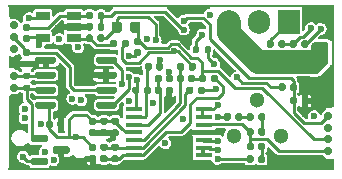
<source format=gbl>
G04 #@! TF.GenerationSoftware,KiCad,Pcbnew,(6.0.8)*
G04 #@! TF.CreationDate,2022-12-14T13:47:10+03:00*
G04 #@! TF.ProjectId,hellen1-wbo,68656c6c-656e-4312-9d77-626f2e6b6963,0.3*
G04 #@! TF.SameCoordinates,PX4a19ba0PY5aa5910*
G04 #@! TF.FileFunction,Copper,L4,Bot*
G04 #@! TF.FilePolarity,Positive*
%FSLAX46Y46*%
G04 Gerber Fmt 4.6, Leading zero omitted, Abs format (unit mm)*
G04 Created by KiCad (PCBNEW (6.0.8)) date 2022-12-14 13:47:10*
%MOMM*%
%LPD*%
G01*
G04 APERTURE LIST*
G04 #@! TA.AperFunction,ComponentPad*
%ADD10C,1.300000*%
G04 #@! TD*
G04 #@! TA.AperFunction,ComponentPad*
%ADD11C,0.700000*%
G04 #@! TD*
G04 #@! TA.AperFunction,SMDPad,CuDef*
%ADD12R,0.250000X6.300000*%
G04 #@! TD*
G04 #@! TA.AperFunction,SMDPad,CuDef*
%ADD13R,0.250000X0.980000*%
G04 #@! TD*
G04 #@! TA.AperFunction,SMDPad,CuDef*
%ADD14R,27.600000X0.250000*%
G04 #@! TD*
G04 #@! TA.AperFunction,SMDPad,CuDef*
%ADD15R,0.250000X1.100000*%
G04 #@! TD*
G04 #@! TA.AperFunction,SMDPad,CuDef*
%ADD16R,0.250000X8.750000*%
G04 #@! TD*
G04 #@! TA.AperFunction,SMDPad,CuDef*
%ADD17R,0.250000X0.950000*%
G04 #@! TD*
G04 #@! TA.AperFunction,ComponentPad*
%ADD18R,1.905000X2.000000*%
G04 #@! TD*
G04 #@! TA.AperFunction,ComponentPad*
%ADD19O,1.905000X2.000000*%
G04 #@! TD*
G04 #@! TA.AperFunction,SMDPad,CuDef*
%ADD20R,1.450000X0.450000*%
G04 #@! TD*
G04 #@! TA.AperFunction,SMDPad,CuDef*
%ADD21R,1.220000X0.650000*%
G04 #@! TD*
G04 #@! TA.AperFunction,ViaPad*
%ADD22C,0.600000*%
G04 #@! TD*
G04 #@! TA.AperFunction,Conductor*
%ADD23C,0.500000*%
G04 #@! TD*
G04 #@! TA.AperFunction,Conductor*
%ADD24C,0.250000*%
G04 #@! TD*
G04 #@! TA.AperFunction,Conductor*
%ADD25C,2.000000*%
G04 #@! TD*
G04 APERTURE END LIST*
D10*
G04 #@! TO.P,Q600,2,D*
G04 #@! TO.N,/LSU_H+*
X23160000Y2950000D03*
X21160000Y5950000D03*
X19160000Y2950000D03*
G04 #@! TD*
D11*
G04 #@! TO.P,M600,E1,LSU_Un*
G04 #@! TO.N,/LSU_Un*
X27150000Y1650000D03*
G04 #@! TO.P,M600,E2,LSU_Vm*
G04 #@! TO.N,/LSU_Vm*
X27150000Y4650000D03*
G04 #@! TO.P,M600,E3,LSU_Ip*
G04 #@! TO.N,/LSU_Ip*
X27150000Y3650000D03*
G04 #@! TO.P,M600,E4,LSU_Rtrim*
G04 #@! TO.N,/LSU_Rtrim*
X27150000Y2650000D03*
D12*
G04 #@! TO.P,M600,G,GND*
G04 #@! TO.N,GND*
X175000Y3200000D03*
D13*
X175000Y9160000D03*
D14*
X13850000Y13925000D03*
D15*
X175000Y13500000D03*
D16*
X27525000Y9675000D03*
D14*
X13850000Y175000D03*
D17*
X27525000Y525000D03*
D11*
G04 #@! TO.P,M600,W1,V5_IN*
G04 #@! TO.N,+5V*
X558800Y11300000D03*
G04 #@! TO.P,M600,W2,CAN_VIO*
G04 #@! TO.N,+3V3*
X558800Y10300000D03*
G04 #@! TO.P,M600,W3,CANH*
G04 #@! TO.N,/CANH*
X558800Y7004000D03*
G04 #@! TO.P,M600,W4,CANL*
G04 #@! TO.N,/CANL*
X558800Y8020000D03*
G04 #@! TO.P,M600,W9,VDDA*
G04 #@! TO.N,Net-(M600-PadW9)*
X558800Y12300000D03*
G04 #@! TD*
D18*
G04 #@! TO.P,Q601,1,G*
G04 #@! TO.N,Net-(Q600-Pad1)*
X23790000Y12625000D03*
D19*
G04 #@! TO.P,Q601,2,D*
G04 #@! TO.N,/LSU_H+*
X21250000Y12625000D03*
G04 #@! TO.P,Q601,3,S*
G04 #@! TO.N,/LSU_H-*
X18710000Y12625000D03*
G04 #@! TD*
G04 #@! TO.P,C605,1*
G04 #@! TO.N,/LSU_Un*
G04 #@! TA.AperFunction,SMDPad,CuDef*
G36*
G01*
X20245000Y1869168D02*
X20245000Y2214168D01*
G75*
G02*
X20392500Y2361668I147500J0D01*
G01*
X20687500Y2361668D01*
G75*
G02*
X20835000Y2214168I0J-147500D01*
G01*
X20835000Y1869168D01*
G75*
G02*
X20687500Y1721668I-147500J0D01*
G01*
X20392500Y1721668D01*
G75*
G02*
X20245000Y1869168I0J147500D01*
G01*
G37*
G04 #@! TD.AperFunction*
G04 #@! TO.P,C605,2*
G04 #@! TO.N,Net-(C605-Pad2)*
G04 #@! TA.AperFunction,SMDPad,CuDef*
G36*
G01*
X21215000Y1869168D02*
X21215000Y2214168D01*
G75*
G02*
X21362500Y2361668I147500J0D01*
G01*
X21657500Y2361668D01*
G75*
G02*
X21805000Y2214168I0J-147500D01*
G01*
X21805000Y1869168D01*
G75*
G02*
X21657500Y1721668I-147500J0D01*
G01*
X21362500Y1721668D01*
G75*
G02*
X21215000Y1869168I0J147500D01*
G01*
G37*
G04 #@! TD.AperFunction*
G04 #@! TD*
G04 #@! TO.P,C607,1*
G04 #@! TO.N,/LSU_Vm*
G04 #@! TA.AperFunction,SMDPad,CuDef*
G36*
G01*
X23920000Y5752500D02*
X23920000Y6097500D01*
G75*
G02*
X24067500Y6245000I147500J0D01*
G01*
X24362500Y6245000D01*
G75*
G02*
X24510000Y6097500I0J-147500D01*
G01*
X24510000Y5752500D01*
G75*
G02*
X24362500Y5605000I-147500J0D01*
G01*
X24067500Y5605000D01*
G75*
G02*
X23920000Y5752500I0J147500D01*
G01*
G37*
G04 #@! TD.AperFunction*
G04 #@! TO.P,C607,2*
G04 #@! TO.N,GND*
G04 #@! TA.AperFunction,SMDPad,CuDef*
G36*
G01*
X24890000Y5752500D02*
X24890000Y6097500D01*
G75*
G02*
X25037500Y6245000I147500J0D01*
G01*
X25332500Y6245000D01*
G75*
G02*
X25480000Y6097500I0J-147500D01*
G01*
X25480000Y5752500D01*
G75*
G02*
X25332500Y5605000I-147500J0D01*
G01*
X25037500Y5605000D01*
G75*
G02*
X24890000Y5752500I0J147500D01*
G01*
G37*
G04 #@! TD.AperFunction*
G04 #@! TD*
G04 #@! TO.P,R609,1*
G04 #@! TO.N,/LSU_Rtrim*
G04 #@! TA.AperFunction,SMDPad,CuDef*
G36*
G01*
X11250000Y12406250D02*
X11250000Y11893750D01*
G75*
G02*
X11031250Y11675000I-218750J0D01*
G01*
X10593750Y11675000D01*
G75*
G02*
X10375000Y11893750I0J218750D01*
G01*
X10375000Y12406250D01*
G75*
G02*
X10593750Y12625000I218750J0D01*
G01*
X11031250Y12625000D01*
G75*
G02*
X11250000Y12406250I0J-218750D01*
G01*
G37*
G04 #@! TD.AperFunction*
G04 #@! TO.P,R609,2*
G04 #@! TO.N,/LSU_Ip*
G04 #@! TA.AperFunction,SMDPad,CuDef*
G36*
G01*
X9675000Y12406250D02*
X9675000Y11893750D01*
G75*
G02*
X9456250Y11675000I-218750J0D01*
G01*
X9018750Y11675000D01*
G75*
G02*
X8800000Y11893750I0J218750D01*
G01*
X8800000Y12406250D01*
G75*
G02*
X9018750Y12625000I218750J0D01*
G01*
X9456250Y12625000D01*
G75*
G02*
X9675000Y12406250I0J-218750D01*
G01*
G37*
G04 #@! TD.AperFunction*
G04 #@! TD*
G04 #@! TO.P,R607,1*
G04 #@! TO.N,Net-(C605-Pad2)*
G04 #@! TA.AperFunction,SMDPad,CuDef*
G36*
G01*
X21805000Y1147500D02*
X21805000Y802500D01*
G75*
G02*
X21657500Y655000I-147500J0D01*
G01*
X21362500Y655000D01*
G75*
G02*
X21215000Y802500I0J147500D01*
G01*
X21215000Y1147500D01*
G75*
G02*
X21362500Y1295000I147500J0D01*
G01*
X21657500Y1295000D01*
G75*
G02*
X21805000Y1147500I0J-147500D01*
G01*
G37*
G04 #@! TD.AperFunction*
G04 #@! TO.P,R607,2*
G04 #@! TO.N,/Nernst_esr_drive*
G04 #@! TA.AperFunction,SMDPad,CuDef*
G36*
G01*
X20835000Y1147500D02*
X20835000Y802500D01*
G75*
G02*
X20687500Y655000I-147500J0D01*
G01*
X20392500Y655000D01*
G75*
G02*
X20245000Y802500I0J147500D01*
G01*
X20245000Y1147500D01*
G75*
G02*
X20392500Y1295000I147500J0D01*
G01*
X20687500Y1295000D01*
G75*
G02*
X20835000Y1147500I0J-147500D01*
G01*
G37*
G04 #@! TD.AperFunction*
G04 #@! TD*
G04 #@! TO.P,R614,1*
G04 #@! TO.N,Net-(R614-Pad1)*
G04 #@! TA.AperFunction,SMDPad,CuDef*
G36*
G01*
X6640709Y11052500D02*
X6640709Y11397500D01*
G75*
G02*
X6788209Y11545000I147500J0D01*
G01*
X7083209Y11545000D01*
G75*
G02*
X7230709Y11397500I0J-147500D01*
G01*
X7230709Y11052500D01*
G75*
G02*
X7083209Y10905000I-147500J0D01*
G01*
X6788209Y10905000D01*
G75*
G02*
X6640709Y11052500I0J147500D01*
G01*
G37*
G04 #@! TD.AperFunction*
G04 #@! TO.P,R614,2*
G04 #@! TO.N,/LSU_Ip*
G04 #@! TA.AperFunction,SMDPad,CuDef*
G36*
G01*
X7610709Y11052500D02*
X7610709Y11397500D01*
G75*
G02*
X7758209Y11545000I147500J0D01*
G01*
X8053209Y11545000D01*
G75*
G02*
X8200709Y11397500I0J-147500D01*
G01*
X8200709Y11052500D01*
G75*
G02*
X8053209Y10905000I-147500J0D01*
G01*
X7758209Y10905000D01*
G75*
G02*
X7610709Y11052500I0J147500D01*
G01*
G37*
G04 #@! TD.AperFunction*
G04 #@! TD*
G04 #@! TO.P,R615,1*
G04 #@! TO.N,Net-(R614-Pad1)*
G04 #@! TA.AperFunction,SMDPad,CuDef*
G36*
G01*
X8695000Y10577500D02*
X8695000Y10922500D01*
G75*
G02*
X8842500Y11070000I147500J0D01*
G01*
X9137500Y11070000D01*
G75*
G02*
X9285000Y10922500I0J-147500D01*
G01*
X9285000Y10577500D01*
G75*
G02*
X9137500Y10430000I-147500J0D01*
G01*
X8842500Y10430000D01*
G75*
G02*
X8695000Y10577500I0J147500D01*
G01*
G37*
G04 #@! TD.AperFunction*
G04 #@! TO.P,R615,2*
G04 #@! TO.N,/Vm*
G04 #@! TA.AperFunction,SMDPad,CuDef*
G36*
G01*
X9665000Y10577500D02*
X9665000Y10922500D01*
G75*
G02*
X9812500Y11070000I147500J0D01*
G01*
X10107500Y11070000D01*
G75*
G02*
X10255000Y10922500I0J-147500D01*
G01*
X10255000Y10577500D01*
G75*
G02*
X10107500Y10430000I-147500J0D01*
G01*
X9812500Y10430000D01*
G75*
G02*
X9665000Y10577500I0J147500D01*
G01*
G37*
G04 #@! TD.AperFunction*
G04 #@! TD*
G04 #@! TO.P,R621,1*
G04 #@! TO.N,Net-(R621-Pad1)*
G04 #@! TA.AperFunction,SMDPad,CuDef*
G36*
G01*
X1427500Y12440000D02*
X1772500Y12440000D01*
G75*
G02*
X1920000Y12292500I0J-147500D01*
G01*
X1920000Y11997500D01*
G75*
G02*
X1772500Y11850000I-147500J0D01*
G01*
X1427500Y11850000D01*
G75*
G02*
X1280000Y11997500I0J147500D01*
G01*
X1280000Y12292500D01*
G75*
G02*
X1427500Y12440000I147500J0D01*
G01*
G37*
G04 #@! TD.AperFunction*
G04 #@! TO.P,R621,2*
G04 #@! TO.N,Net-(R613-Pad1)*
G04 #@! TA.AperFunction,SMDPad,CuDef*
G36*
G01*
X1427500Y11470000D02*
X1772500Y11470000D01*
G75*
G02*
X1920000Y11322500I0J-147500D01*
G01*
X1920000Y11027500D01*
G75*
G02*
X1772500Y10880000I-147500J0D01*
G01*
X1427500Y10880000D01*
G75*
G02*
X1280000Y11027500I0J147500D01*
G01*
X1280000Y11322500D01*
G75*
G02*
X1427500Y11470000I147500J0D01*
G01*
G37*
G04 #@! TD.AperFunction*
G04 #@! TD*
G04 #@! TO.P,R619,1*
G04 #@! TO.N,/LSU_Un_sense*
G04 #@! TA.AperFunction,SMDPad,CuDef*
G36*
G01*
X14005000Y7972500D02*
X14005000Y7627500D01*
G75*
G02*
X13857500Y7480000I-147500J0D01*
G01*
X13562500Y7480000D01*
G75*
G02*
X13415000Y7627500I0J147500D01*
G01*
X13415000Y7972500D01*
G75*
G02*
X13562500Y8120000I147500J0D01*
G01*
X13857500Y8120000D01*
G75*
G02*
X14005000Y7972500I0J-147500D01*
G01*
G37*
G04 #@! TD.AperFunction*
G04 #@! TO.P,R619,2*
G04 #@! TO.N,Net-(R619-Pad2)*
G04 #@! TA.AperFunction,SMDPad,CuDef*
G36*
G01*
X13035000Y7972500D02*
X13035000Y7627500D01*
G75*
G02*
X12887500Y7480000I-147500J0D01*
G01*
X12592500Y7480000D01*
G75*
G02*
X12445000Y7627500I0J147500D01*
G01*
X12445000Y7972500D01*
G75*
G02*
X12592500Y8120000I147500J0D01*
G01*
X12887500Y8120000D01*
G75*
G02*
X13035000Y7972500I0J-147500D01*
G01*
G37*
G04 #@! TD.AperFunction*
G04 #@! TD*
G04 #@! TO.P,R620,1*
G04 #@! TO.N,Net-(R619-Pad2)*
G04 #@! TA.AperFunction,SMDPad,CuDef*
G36*
G01*
X12445000Y6627500D02*
X12445000Y6972500D01*
G75*
G02*
X12592500Y7120000I147500J0D01*
G01*
X12887500Y7120000D01*
G75*
G02*
X13035000Y6972500I0J-147500D01*
G01*
X13035000Y6627500D01*
G75*
G02*
X12887500Y6480000I-147500J0D01*
G01*
X12592500Y6480000D01*
G75*
G02*
X12445000Y6627500I0J147500D01*
G01*
G37*
G04 #@! TD.AperFunction*
G04 #@! TO.P,R620,2*
G04 #@! TO.N,GND*
G04 #@! TA.AperFunction,SMDPad,CuDef*
G36*
G01*
X13415000Y6627500D02*
X13415000Y6972500D01*
G75*
G02*
X13562500Y7120000I147500J0D01*
G01*
X13857500Y7120000D01*
G75*
G02*
X14005000Y6972500I0J-147500D01*
G01*
X14005000Y6627500D01*
G75*
G02*
X13857500Y6480000I-147500J0D01*
G01*
X13562500Y6480000D01*
G75*
G02*
X13415000Y6627500I0J147500D01*
G01*
G37*
G04 #@! TD.AperFunction*
G04 #@! TD*
G04 #@! TO.P,R606,1*
G04 #@! TO.N,/LSU_Vm*
G04 #@! TA.AperFunction,SMDPad,CuDef*
G36*
G01*
X24505000Y7247500D02*
X24505000Y6902500D01*
G75*
G02*
X24357500Y6755000I-147500J0D01*
G01*
X24062500Y6755000D01*
G75*
G02*
X23915000Y6902500I0J147500D01*
G01*
X23915000Y7247500D01*
G75*
G02*
X24062500Y7395000I147500J0D01*
G01*
X24357500Y7395000D01*
G75*
G02*
X24505000Y7247500I0J-147500D01*
G01*
G37*
G04 #@! TD.AperFunction*
G04 #@! TO.P,R606,2*
G04 #@! TO.N,/Vm*
G04 #@! TA.AperFunction,SMDPad,CuDef*
G36*
G01*
X23535000Y7247500D02*
X23535000Y6902500D01*
G75*
G02*
X23387500Y6755000I-147500J0D01*
G01*
X23092500Y6755000D01*
G75*
G02*
X22945000Y6902500I0J147500D01*
G01*
X22945000Y7247500D01*
G75*
G02*
X23092500Y7395000I147500J0D01*
G01*
X23387500Y7395000D01*
G75*
G02*
X23535000Y7247500I0J-147500D01*
G01*
G37*
G04 #@! TD.AperFunction*
G04 #@! TD*
D20*
G04 #@! TO.P,U600,1*
G04 #@! TO.N,Net-(C603-Pad1)*
X10700000Y1300000D03*
G04 #@! TO.P,U600,2,-*
G04 #@! TO.N,Net-(C603-Pad2)*
X10700000Y1950000D03*
G04 #@! TO.P,U600,3,+*
G04 #@! TO.N,Net-(R603-Pad1)*
X10700000Y2600000D03*
G04 #@! TO.P,U600,4,V+*
G04 #@! TO.N,+3V3*
X10700000Y3250000D03*
G04 #@! TO.P,U600,5,+*
G04 #@! TO.N,Net-(R619-Pad2)*
X10700000Y3900000D03*
G04 #@! TO.P,U600,6,-*
G04 #@! TO.N,Net-(R618-Pad2)*
X10700000Y4550000D03*
G04 #@! TO.P,U600,7*
G04 #@! TO.N,/Un_sense*
X10700000Y5200000D03*
G04 #@! TO.P,U600,8*
G04 #@! TO.N,/LSU_Un_sense*
X16600000Y5200000D03*
G04 #@! TO.P,U600,9,-*
X16600000Y4550000D03*
G04 #@! TO.P,U600,10,+*
G04 #@! TO.N,/LSU_Un*
X16600000Y3900000D03*
G04 #@! TO.P,U600,11,V-*
G04 #@! TO.N,GND*
X16600000Y3250000D03*
G04 #@! TO.P,U600,12,+*
G04 #@! TO.N,Net-(C600-Pad1)*
X16600000Y2600000D03*
G04 #@! TO.P,U600,13,-*
G04 #@! TO.N,/Vm*
X16600000Y1950000D03*
G04 #@! TO.P,U600,14*
X16600000Y1300000D03*
G04 #@! TD*
G04 #@! TO.P,C608,1*
G04 #@! TO.N,/Ip_sense*
G04 #@! TA.AperFunction,SMDPad,CuDef*
G36*
G01*
X8205000Y12347500D02*
X8205000Y12002500D01*
G75*
G02*
X8057500Y11855000I-147500J0D01*
G01*
X7762500Y11855000D01*
G75*
G02*
X7615000Y12002500I0J147500D01*
G01*
X7615000Y12347500D01*
G75*
G02*
X7762500Y12495000I147500J0D01*
G01*
X8057500Y12495000D01*
G75*
G02*
X8205000Y12347500I0J-147500D01*
G01*
G37*
G04 #@! TD.AperFunction*
G04 #@! TO.P,C608,2*
G04 #@! TO.N,GND*
G04 #@! TA.AperFunction,SMDPad,CuDef*
G36*
G01*
X7235000Y12347500D02*
X7235000Y12002500D01*
G75*
G02*
X7087500Y11855000I-147500J0D01*
G01*
X6792500Y11855000D01*
G75*
G02*
X6645000Y12002500I0J147500D01*
G01*
X6645000Y12347500D01*
G75*
G02*
X6792500Y12495000I147500J0D01*
G01*
X7087500Y12495000D01*
G75*
G02*
X7235000Y12347500I0J-147500D01*
G01*
G37*
G04 #@! TD.AperFunction*
G04 #@! TD*
G04 #@! TO.P,R624,1*
G04 #@! TO.N,Net-(R621-Pad1)*
G04 #@! TA.AperFunction,SMDPad,CuDef*
G36*
G01*
X6645000Y12952500D02*
X6645000Y13297500D01*
G75*
G02*
X6792500Y13445000I147500J0D01*
G01*
X7087500Y13445000D01*
G75*
G02*
X7235000Y13297500I0J-147500D01*
G01*
X7235000Y12952500D01*
G75*
G02*
X7087500Y12805000I-147500J0D01*
G01*
X6792500Y12805000D01*
G75*
G02*
X6645000Y12952500I0J147500D01*
G01*
G37*
G04 #@! TD.AperFunction*
G04 #@! TO.P,R624,2*
G04 #@! TO.N,/Ip_sense*
G04 #@! TA.AperFunction,SMDPad,CuDef*
G36*
G01*
X7615000Y12952500D02*
X7615000Y13297500D01*
G75*
G02*
X7762500Y13445000I147500J0D01*
G01*
X8057500Y13445000D01*
G75*
G02*
X8205000Y13297500I0J-147500D01*
G01*
X8205000Y12952500D01*
G75*
G02*
X8057500Y12805000I-147500J0D01*
G01*
X7762500Y12805000D01*
G75*
G02*
X7615000Y12952500I0J147500D01*
G01*
G37*
G04 #@! TD.AperFunction*
G04 #@! TD*
G04 #@! TO.P,R622,1*
G04 #@! TO.N,Net-(Q600-Pad1)*
G04 #@! TA.AperFunction,SMDPad,CuDef*
G36*
G01*
X21945000Y10552500D02*
X21945000Y10897500D01*
G75*
G02*
X22092500Y11045000I147500J0D01*
G01*
X22387500Y11045000D01*
G75*
G02*
X22535000Y10897500I0J-147500D01*
G01*
X22535000Y10552500D01*
G75*
G02*
X22387500Y10405000I-147500J0D01*
G01*
X22092500Y10405000D01*
G75*
G02*
X21945000Y10552500I0J147500D01*
G01*
G37*
G04 #@! TD.AperFunction*
G04 #@! TO.P,R622,2*
G04 #@! TO.N,/heater_pwm*
G04 #@! TA.AperFunction,SMDPad,CuDef*
G36*
G01*
X22915000Y10552500D02*
X22915000Y10897500D01*
G75*
G02*
X23062500Y11045000I147500J0D01*
G01*
X23357500Y11045000D01*
G75*
G02*
X23505000Y10897500I0J-147500D01*
G01*
X23505000Y10552500D01*
G75*
G02*
X23357500Y10405000I-147500J0D01*
G01*
X23062500Y10405000D01*
G75*
G02*
X22915000Y10552500I0J147500D01*
G01*
G37*
G04 #@! TD.AperFunction*
G04 #@! TD*
G04 #@! TO.P,R612,1*
G04 #@! TO.N,/LSU_Un*
G04 #@! TA.AperFunction,SMDPad,CuDef*
G36*
G01*
X20245000Y3110834D02*
X20245000Y3455834D01*
G75*
G02*
X20392500Y3603334I147500J0D01*
G01*
X20687500Y3603334D01*
G75*
G02*
X20835000Y3455834I0J-147500D01*
G01*
X20835000Y3110834D01*
G75*
G02*
X20687500Y2963334I-147500J0D01*
G01*
X20392500Y2963334D01*
G75*
G02*
X20245000Y3110834I0J147500D01*
G01*
G37*
G04 #@! TD.AperFunction*
G04 #@! TO.P,R612,2*
G04 #@! TO.N,Net-(R611-Pad1)*
G04 #@! TA.AperFunction,SMDPad,CuDef*
G36*
G01*
X21215000Y3110834D02*
X21215000Y3455834D01*
G75*
G02*
X21362500Y3603334I147500J0D01*
G01*
X21657500Y3603334D01*
G75*
G02*
X21805000Y3455834I0J-147500D01*
G01*
X21805000Y3110834D01*
G75*
G02*
X21657500Y2963334I-147500J0D01*
G01*
X21362500Y2963334D01*
G75*
G02*
X21215000Y3110834I0J147500D01*
G01*
G37*
G04 #@! TD.AperFunction*
G04 #@! TD*
G04 #@! TO.P,R618,1*
G04 #@! TO.N,/LSU_Vm*
G04 #@! TA.AperFunction,SMDPad,CuDef*
G36*
G01*
X13180000Y8972500D02*
X13180000Y8627500D01*
G75*
G02*
X13032500Y8480000I-147500J0D01*
G01*
X12737500Y8480000D01*
G75*
G02*
X12590000Y8627500I0J147500D01*
G01*
X12590000Y8972500D01*
G75*
G02*
X12737500Y9120000I147500J0D01*
G01*
X13032500Y9120000D01*
G75*
G02*
X13180000Y8972500I0J-147500D01*
G01*
G37*
G04 #@! TD.AperFunction*
G04 #@! TO.P,R618,2*
G04 #@! TO.N,Net-(R618-Pad2)*
G04 #@! TA.AperFunction,SMDPad,CuDef*
G36*
G01*
X12210000Y8972500D02*
X12210000Y8627500D01*
G75*
G02*
X12062500Y8480000I-147500J0D01*
G01*
X11767500Y8480000D01*
G75*
G02*
X11620000Y8627500I0J147500D01*
G01*
X11620000Y8972500D01*
G75*
G02*
X11767500Y9120000I147500J0D01*
G01*
X12062500Y9120000D01*
G75*
G02*
X12210000Y8972500I0J-147500D01*
G01*
G37*
G04 #@! TD.AperFunction*
G04 #@! TD*
G04 #@! TO.P,R616,1*
G04 #@! TO.N,Net-(D600-Pad2)*
G04 #@! TA.AperFunction,SMDPad,CuDef*
G36*
G01*
X25455000Y10897500D02*
X25455000Y10552500D01*
G75*
G02*
X25307500Y10405000I-147500J0D01*
G01*
X25012500Y10405000D01*
G75*
G02*
X24865000Y10552500I0J147500D01*
G01*
X24865000Y10897500D01*
G75*
G02*
X25012500Y11045000I147500J0D01*
G01*
X25307500Y11045000D01*
G75*
G02*
X25455000Y10897500I0J-147500D01*
G01*
G37*
G04 #@! TD.AperFunction*
G04 #@! TO.P,R616,2*
G04 #@! TO.N,/heater_pwm*
G04 #@! TA.AperFunction,SMDPad,CuDef*
G36*
G01*
X24485000Y10897500D02*
X24485000Y10552500D01*
G75*
G02*
X24337500Y10405000I-147500J0D01*
G01*
X24042500Y10405000D01*
G75*
G02*
X23895000Y10552500I0J147500D01*
G01*
X23895000Y10897500D01*
G75*
G02*
X24042500Y11045000I147500J0D01*
G01*
X24337500Y11045000D01*
G75*
G02*
X24485000Y10897500I0J-147500D01*
G01*
G37*
G04 #@! TD.AperFunction*
G04 #@! TD*
G04 #@! TO.P,R623,1*
G04 #@! TO.N,Net-(R618-Pad2)*
G04 #@! TA.AperFunction,SMDPad,CuDef*
G36*
G01*
X12130000Y6972500D02*
X12130000Y6627500D01*
G75*
G02*
X11982500Y6480000I-147500J0D01*
G01*
X11687500Y6480000D01*
G75*
G02*
X11540000Y6627500I0J147500D01*
G01*
X11540000Y6972500D01*
G75*
G02*
X11687500Y7120000I147500J0D01*
G01*
X11982500Y7120000D01*
G75*
G02*
X12130000Y6972500I0J-147500D01*
G01*
G37*
G04 #@! TD.AperFunction*
G04 #@! TO.P,R623,2*
G04 #@! TO.N,/Un_sense*
G04 #@! TA.AperFunction,SMDPad,CuDef*
G36*
G01*
X11160000Y6972500D02*
X11160000Y6627500D01*
G75*
G02*
X11012500Y6480000I-147500J0D01*
G01*
X10717500Y6480000D01*
G75*
G02*
X10570000Y6627500I0J147500D01*
G01*
X10570000Y6972500D01*
G75*
G02*
X10717500Y7120000I147500J0D01*
G01*
X11012500Y7120000D01*
G75*
G02*
X11160000Y6972500I0J-147500D01*
G01*
G37*
G04 #@! TD.AperFunction*
G04 #@! TD*
G04 #@! TO.P,R604,1*
G04 #@! TO.N,Net-(C603-Pad1)*
G04 #@! TA.AperFunction,SMDPad,CuDef*
G36*
G01*
X9272500Y720000D02*
X8927500Y720000D01*
G75*
G02*
X8780000Y867500I0J147500D01*
G01*
X8780000Y1162500D01*
G75*
G02*
X8927500Y1310000I147500J0D01*
G01*
X9272500Y1310000D01*
G75*
G02*
X9420000Y1162500I0J-147500D01*
G01*
X9420000Y867500D01*
G75*
G02*
X9272500Y720000I-147500J0D01*
G01*
G37*
G04 #@! TD.AperFunction*
G04 #@! TO.P,R604,2*
G04 #@! TO.N,Net-(C603-Pad2)*
G04 #@! TA.AperFunction,SMDPad,CuDef*
G36*
G01*
X9272500Y1690000D02*
X8927500Y1690000D01*
G75*
G02*
X8780000Y1837500I0J147500D01*
G01*
X8780000Y2132500D01*
G75*
G02*
X8927500Y2280000I147500J0D01*
G01*
X9272500Y2280000D01*
G75*
G02*
X9420000Y2132500I0J-147500D01*
G01*
X9420000Y1837500D01*
G75*
G02*
X9272500Y1690000I-147500J0D01*
G01*
G37*
G04 #@! TD.AperFunction*
G04 #@! TD*
G04 #@! TO.P,R605,1*
G04 #@! TO.N,/LSU_Rtrim*
G04 #@! TA.AperFunction,SMDPad,CuDef*
G36*
G01*
X15905000Y7972500D02*
X15905000Y7627500D01*
G75*
G02*
X15757500Y7480000I-147500J0D01*
G01*
X15462500Y7480000D01*
G75*
G02*
X15315000Y7627500I0J147500D01*
G01*
X15315000Y7972500D01*
G75*
G02*
X15462500Y8120000I147500J0D01*
G01*
X15757500Y8120000D01*
G75*
G02*
X15905000Y7972500I0J-147500D01*
G01*
G37*
G04 #@! TD.AperFunction*
G04 #@! TO.P,R605,2*
G04 #@! TO.N,Net-(R603-Pad1)*
G04 #@! TA.AperFunction,SMDPad,CuDef*
G36*
G01*
X14935000Y7972500D02*
X14935000Y7627500D01*
G75*
G02*
X14787500Y7480000I-147500J0D01*
G01*
X14492500Y7480000D01*
G75*
G02*
X14345000Y7627500I0J147500D01*
G01*
X14345000Y7972500D01*
G75*
G02*
X14492500Y8120000I147500J0D01*
G01*
X14787500Y8120000D01*
G75*
G02*
X14935000Y7972500I0J-147500D01*
G01*
G37*
G04 #@! TD.AperFunction*
G04 #@! TD*
G04 #@! TO.P,R608,1*
G04 #@! TO.N,/LSU_Rtrim*
G04 #@! TA.AperFunction,SMDPad,CuDef*
G36*
G01*
X16245000Y7627500D02*
X16245000Y7972500D01*
G75*
G02*
X16392500Y8120000I147500J0D01*
G01*
X16687500Y8120000D01*
G75*
G02*
X16835000Y7972500I0J-147500D01*
G01*
X16835000Y7627500D01*
G75*
G02*
X16687500Y7480000I-147500J0D01*
G01*
X16392500Y7480000D01*
G75*
G02*
X16245000Y7627500I0J147500D01*
G01*
G37*
G04 #@! TD.AperFunction*
G04 #@! TO.P,R608,2*
G04 #@! TO.N,Net-(C603-Pad1)*
G04 #@! TA.AperFunction,SMDPad,CuDef*
G36*
G01*
X17215000Y7627500D02*
X17215000Y7972500D01*
G75*
G02*
X17362500Y8120000I147500J0D01*
G01*
X17657500Y8120000D01*
G75*
G02*
X17805000Y7972500I0J-147500D01*
G01*
X17805000Y7627500D01*
G75*
G02*
X17657500Y7480000I-147500J0D01*
G01*
X17362500Y7480000D01*
G75*
G02*
X17215000Y7627500I0J147500D01*
G01*
G37*
G04 #@! TD.AperFunction*
G04 #@! TD*
G04 #@! TO.P,C603,1*
G04 #@! TO.N,Net-(C603-Pad1)*
G04 #@! TA.AperFunction,SMDPad,CuDef*
G36*
G01*
X8322500Y720000D02*
X7977500Y720000D01*
G75*
G02*
X7830000Y867500I0J147500D01*
G01*
X7830000Y1162500D01*
G75*
G02*
X7977500Y1310000I147500J0D01*
G01*
X8322500Y1310000D01*
G75*
G02*
X8470000Y1162500I0J-147500D01*
G01*
X8470000Y867500D01*
G75*
G02*
X8322500Y720000I-147500J0D01*
G01*
G37*
G04 #@! TD.AperFunction*
G04 #@! TO.P,C603,2*
G04 #@! TO.N,Net-(C603-Pad2)*
G04 #@! TA.AperFunction,SMDPad,CuDef*
G36*
G01*
X8322500Y1690000D02*
X7977500Y1690000D01*
G75*
G02*
X7830000Y1837500I0J147500D01*
G01*
X7830000Y2132500D01*
G75*
G02*
X7977500Y2280000I147500J0D01*
G01*
X8322500Y2280000D01*
G75*
G02*
X8470000Y2132500I0J-147500D01*
G01*
X8470000Y1837500D01*
G75*
G02*
X8322500Y1690000I-147500J0D01*
G01*
G37*
G04 #@! TD.AperFunction*
G04 #@! TD*
D21*
G04 #@! TO.P,U601,1*
G04 #@! TO.N,Net-(R621-Pad1)*
X5610000Y13125000D03*
G04 #@! TO.P,U601,2,V-*
G04 #@! TO.N,GND*
X5610000Y12175000D03*
G04 #@! TO.P,U601,3,+*
G04 #@! TO.N,Net-(R614-Pad1)*
X5610000Y11225000D03*
G04 #@! TO.P,U601,4,-*
G04 #@! TO.N,Net-(R613-Pad1)*
X2990000Y11225000D03*
G04 #@! TO.P,U601,5,V+*
G04 #@! TO.N,+3V3*
X2990000Y13125000D03*
G04 #@! TD*
G04 #@! TO.P,R603,1*
G04 #@! TO.N,Net-(R603-Pad1)*
G04 #@! TA.AperFunction,SMDPad,CuDef*
G36*
G01*
X14370000Y8627500D02*
X14370000Y8972500D01*
G75*
G02*
X14517500Y9120000I147500J0D01*
G01*
X14812500Y9120000D01*
G75*
G02*
X14960000Y8972500I0J-147500D01*
G01*
X14960000Y8627500D01*
G75*
G02*
X14812500Y8480000I-147500J0D01*
G01*
X14517500Y8480000D01*
G75*
G02*
X14370000Y8627500I0J147500D01*
G01*
G37*
G04 #@! TD.AperFunction*
G04 #@! TO.P,R603,2*
G04 #@! TO.N,/Vm*
G04 #@! TA.AperFunction,SMDPad,CuDef*
G36*
G01*
X15340000Y8627500D02*
X15340000Y8972500D01*
G75*
G02*
X15487500Y9120000I147500J0D01*
G01*
X15782500Y9120000D01*
G75*
G02*
X15930000Y8972500I0J-147500D01*
G01*
X15930000Y8627500D01*
G75*
G02*
X15782500Y8480000I-147500J0D01*
G01*
X15487500Y8480000D01*
G75*
G02*
X15340000Y8627500I0J147500D01*
G01*
G37*
G04 #@! TD.AperFunction*
G04 #@! TD*
G04 #@! TO.P,R613,1*
G04 #@! TO.N,Net-(R613-Pad1)*
G04 #@! TA.AperFunction,SMDPad,CuDef*
G36*
G01*
X11172500Y9670000D02*
X10827500Y9670000D01*
G75*
G02*
X10680000Y9817500I0J147500D01*
G01*
X10680000Y10112500D01*
G75*
G02*
X10827500Y10260000I147500J0D01*
G01*
X11172500Y10260000D01*
G75*
G02*
X11320000Y10112500I0J-147500D01*
G01*
X11320000Y9817500D01*
G75*
G02*
X11172500Y9670000I-147500J0D01*
G01*
G37*
G04 #@! TD.AperFunction*
G04 #@! TO.P,R613,2*
G04 #@! TO.N,/LSU_Rtrim*
G04 #@! TA.AperFunction,SMDPad,CuDef*
G36*
G01*
X11172500Y10640000D02*
X10827500Y10640000D01*
G75*
G02*
X10680000Y10787500I0J147500D01*
G01*
X10680000Y11082500D01*
G75*
G02*
X10827500Y11230000I147500J0D01*
G01*
X11172500Y11230000D01*
G75*
G02*
X11320000Y11082500I0J-147500D01*
G01*
X11320000Y10787500D01*
G75*
G02*
X11172500Y10640000I-147500J0D01*
G01*
G37*
G04 #@! TD.AperFunction*
G04 #@! TD*
G04 #@! TO.P,C601,1*
G04 #@! TO.N,+3V3*
G04 #@! TA.AperFunction,SMDPad,CuDef*
G36*
G01*
X8927500Y4480000D02*
X9272500Y4480000D01*
G75*
G02*
X9420000Y4332500I0J-147500D01*
G01*
X9420000Y4037500D01*
G75*
G02*
X9272500Y3890000I-147500J0D01*
G01*
X8927500Y3890000D01*
G75*
G02*
X8780000Y4037500I0J147500D01*
G01*
X8780000Y4332500D01*
G75*
G02*
X8927500Y4480000I147500J0D01*
G01*
G37*
G04 #@! TD.AperFunction*
G04 #@! TO.P,C601,2*
G04 #@! TO.N,GND*
G04 #@! TA.AperFunction,SMDPad,CuDef*
G36*
G01*
X8927500Y3510000D02*
X9272500Y3510000D01*
G75*
G02*
X9420000Y3362500I0J-147500D01*
G01*
X9420000Y3067500D01*
G75*
G02*
X9272500Y2920000I-147500J0D01*
G01*
X8927500Y2920000D01*
G75*
G02*
X8780000Y3067500I0J147500D01*
G01*
X8780000Y3362500D01*
G75*
G02*
X8927500Y3510000I147500J0D01*
G01*
G37*
G04 #@! TD.AperFunction*
G04 #@! TD*
G04 #@! TO.P,R610,1*
G04 #@! TO.N,Net-(R610-Pad1)*
G04 #@! TA.AperFunction,SMDPad,CuDef*
G36*
G01*
X19880000Y4722500D02*
X19880000Y4377500D01*
G75*
G02*
X19732500Y4230000I-147500J0D01*
G01*
X19437500Y4230000D01*
G75*
G02*
X19290000Y4377500I0J147500D01*
G01*
X19290000Y4722500D01*
G75*
G02*
X19437500Y4870000I147500J0D01*
G01*
X19732500Y4870000D01*
G75*
G02*
X19880000Y4722500I0J-147500D01*
G01*
G37*
G04 #@! TD.AperFunction*
G04 #@! TO.P,R610,2*
G04 #@! TO.N,+3V3*
G04 #@! TA.AperFunction,SMDPad,CuDef*
G36*
G01*
X18910000Y4722500D02*
X18910000Y4377500D01*
G75*
G02*
X18762500Y4230000I-147500J0D01*
G01*
X18467500Y4230000D01*
G75*
G02*
X18320000Y4377500I0J147500D01*
G01*
X18320000Y4722500D01*
G75*
G02*
X18467500Y4870000I147500J0D01*
G01*
X18762500Y4870000D01*
G75*
G02*
X18910000Y4722500I0J-147500D01*
G01*
G37*
G04 #@! TD.AperFunction*
G04 #@! TD*
G04 #@! TO.P,R611,1*
G04 #@! TO.N,Net-(R611-Pad1)*
G04 #@! TA.AperFunction,SMDPad,CuDef*
G36*
G01*
X21805000Y4722500D02*
X21805000Y4377500D01*
G75*
G02*
X21657500Y4230000I-147500J0D01*
G01*
X21362500Y4230000D01*
G75*
G02*
X21215000Y4377500I0J147500D01*
G01*
X21215000Y4722500D01*
G75*
G02*
X21362500Y4870000I147500J0D01*
G01*
X21657500Y4870000D01*
G75*
G02*
X21805000Y4722500I0J-147500D01*
G01*
G37*
G04 #@! TD.AperFunction*
G04 #@! TO.P,R611,2*
G04 #@! TO.N,Net-(R610-Pad1)*
G04 #@! TA.AperFunction,SMDPad,CuDef*
G36*
G01*
X20835000Y4722500D02*
X20835000Y4377500D01*
G75*
G02*
X20687500Y4230000I-147500J0D01*
G01*
X20392500Y4230000D01*
G75*
G02*
X20245000Y4377500I0J147500D01*
G01*
X20245000Y4722500D01*
G75*
G02*
X20392500Y4870000I147500J0D01*
G01*
X20687500Y4870000D01*
G75*
G02*
X20835000Y4722500I0J-147500D01*
G01*
G37*
G04 #@! TD.AperFunction*
G04 #@! TD*
G04 #@! TO.P,C602,1*
G04 #@! TO.N,+3V3*
G04 #@! TA.AperFunction,SMDPad,CuDef*
G36*
G01*
X7977500Y4480000D02*
X8322500Y4480000D01*
G75*
G02*
X8470000Y4332500I0J-147500D01*
G01*
X8470000Y4037500D01*
G75*
G02*
X8322500Y3890000I-147500J0D01*
G01*
X7977500Y3890000D01*
G75*
G02*
X7830000Y4037500I0J147500D01*
G01*
X7830000Y4332500D01*
G75*
G02*
X7977500Y4480000I147500J0D01*
G01*
G37*
G04 #@! TD.AperFunction*
G04 #@! TO.P,C602,2*
G04 #@! TO.N,GND*
G04 #@! TA.AperFunction,SMDPad,CuDef*
G36*
G01*
X7977500Y3510000D02*
X8322500Y3510000D01*
G75*
G02*
X8470000Y3362500I0J-147500D01*
G01*
X8470000Y3067500D01*
G75*
G02*
X8322500Y2920000I-147500J0D01*
G01*
X7977500Y2920000D01*
G75*
G02*
X7830000Y3067500I0J147500D01*
G01*
X7830000Y3362500D01*
G75*
G02*
X7977500Y3510000I147500J0D01*
G01*
G37*
G04 #@! TD.AperFunction*
G04 #@! TD*
G04 #@! TO.P,R602,1*
G04 #@! TO.N,/Ip_dac*
G04 #@! TA.AperFunction,SMDPad,CuDef*
G36*
G01*
X16705000Y6972500D02*
X16705000Y6627500D01*
G75*
G02*
X16557500Y6480000I-147500J0D01*
G01*
X16262500Y6480000D01*
G75*
G02*
X16115000Y6627500I0J147500D01*
G01*
X16115000Y6972500D01*
G75*
G02*
X16262500Y7120000I147500J0D01*
G01*
X16557500Y7120000D01*
G75*
G02*
X16705000Y6972500I0J-147500D01*
G01*
G37*
G04 #@! TD.AperFunction*
G04 #@! TO.P,R602,2*
G04 #@! TO.N,Net-(C603-Pad2)*
G04 #@! TA.AperFunction,SMDPad,CuDef*
G36*
G01*
X15735000Y6972500D02*
X15735000Y6627500D01*
G75*
G02*
X15587500Y6480000I-147500J0D01*
G01*
X15292500Y6480000D01*
G75*
G02*
X15145000Y6627500I0J147500D01*
G01*
X15145000Y6972500D01*
G75*
G02*
X15292500Y7120000I147500J0D01*
G01*
X15587500Y7120000D01*
G75*
G02*
X15735000Y6972500I0J-147500D01*
G01*
G37*
G04 #@! TD.AperFunction*
G04 #@! TD*
G04 #@! TO.P,C604,1*
G04 #@! TO.N,+3V3*
G04 #@! TA.AperFunction,SMDPad,CuDef*
G36*
G01*
X7027500Y4480000D02*
X7372500Y4480000D01*
G75*
G02*
X7520000Y4332500I0J-147500D01*
G01*
X7520000Y4037500D01*
G75*
G02*
X7372500Y3890000I-147500J0D01*
G01*
X7027500Y3890000D01*
G75*
G02*
X6880000Y4037500I0J147500D01*
G01*
X6880000Y4332500D01*
G75*
G02*
X7027500Y4480000I147500J0D01*
G01*
G37*
G04 #@! TD.AperFunction*
G04 #@! TO.P,C604,2*
G04 #@! TO.N,GND*
G04 #@! TA.AperFunction,SMDPad,CuDef*
G36*
G01*
X7027500Y3510000D02*
X7372500Y3510000D01*
G75*
G02*
X7520000Y3362500I0J-147500D01*
G01*
X7520000Y3067500D01*
G75*
G02*
X7372500Y2920000I-147500J0D01*
G01*
X7027500Y2920000D01*
G75*
G02*
X6880000Y3067500I0J147500D01*
G01*
X6880000Y3362500D01*
G75*
G02*
X7027500Y3510000I147500J0D01*
G01*
G37*
G04 #@! TD.AperFunction*
G04 #@! TD*
G04 #@! TO.P,C606,1*
G04 #@! TO.N,+3V3*
G04 #@! TA.AperFunction,SMDPad,CuDef*
G36*
G01*
X7027500Y2280000D02*
X7372500Y2280000D01*
G75*
G02*
X7520000Y2132500I0J-147500D01*
G01*
X7520000Y1837500D01*
G75*
G02*
X7372500Y1690000I-147500J0D01*
G01*
X7027500Y1690000D01*
G75*
G02*
X6880000Y1837500I0J147500D01*
G01*
X6880000Y2132500D01*
G75*
G02*
X7027500Y2280000I147500J0D01*
G01*
G37*
G04 #@! TD.AperFunction*
G04 #@! TO.P,C606,2*
G04 #@! TO.N,GND*
G04 #@! TA.AperFunction,SMDPad,CuDef*
G36*
G01*
X7027500Y1310000D02*
X7372500Y1310000D01*
G75*
G02*
X7520000Y1162500I0J-147500D01*
G01*
X7520000Y867500D01*
G75*
G02*
X7372500Y720000I-147500J0D01*
G01*
X7027500Y720000D01*
G75*
G02*
X6880000Y867500I0J147500D01*
G01*
X6880000Y1162500D01*
G75*
G02*
X7027500Y1310000I147500J0D01*
G01*
G37*
G04 #@! TD.AperFunction*
G04 #@! TD*
G04 #@! TO.P,C618,1*
G04 #@! TO.N,+3V3*
G04 #@! TA.AperFunction,SMDPad,CuDef*
G36*
G01*
X3264936Y3755000D02*
X3264936Y4095000D01*
G75*
G02*
X3404936Y4235000I140000J0D01*
G01*
X3684936Y4235000D01*
G75*
G02*
X3824936Y4095000I0J-140000D01*
G01*
X3824936Y3755000D01*
G75*
G02*
X3684936Y3615000I-140000J0D01*
G01*
X3404936Y3615000D01*
G75*
G02*
X3264936Y3755000I0J140000D01*
G01*
G37*
G04 #@! TD.AperFunction*
G04 #@! TO.P,C618,2*
G04 #@! TO.N,GND*
G04 #@! TA.AperFunction,SMDPad,CuDef*
G36*
G01*
X4224936Y3755000D02*
X4224936Y4095000D01*
G75*
G02*
X4364936Y4235000I140000J0D01*
G01*
X4644936Y4235000D01*
G75*
G02*
X4784936Y4095000I0J-140000D01*
G01*
X4784936Y3755000D01*
G75*
G02*
X4644936Y3615000I-140000J0D01*
G01*
X4364936Y3615000D01*
G75*
G02*
X4224936Y3755000I0J140000D01*
G01*
G37*
G04 #@! TD.AperFunction*
G04 #@! TD*
G04 #@! TO.P,R630,1*
G04 #@! TO.N,VDDA*
G04 #@! TA.AperFunction,SMDPad,CuDef*
G36*
G01*
X17220000Y10425000D02*
X17220000Y10055000D01*
G75*
G02*
X17085000Y9920000I-135000J0D01*
G01*
X16815000Y9920000D01*
G75*
G02*
X16680000Y10055000I0J135000D01*
G01*
X16680000Y10425000D01*
G75*
G02*
X16815000Y10560000I135000J0D01*
G01*
X17085000Y10560000D01*
G75*
G02*
X17220000Y10425000I0J-135000D01*
G01*
G37*
G04 #@! TD.AperFunction*
G04 #@! TO.P,R630,2*
G04 #@! TO.N,Net-(M600-PadW9)*
G04 #@! TA.AperFunction,SMDPad,CuDef*
G36*
G01*
X16200000Y10425000D02*
X16200000Y10055000D01*
G75*
G02*
X16065000Y9920000I-135000J0D01*
G01*
X15795000Y9920000D01*
G75*
G02*
X15660000Y10055000I0J135000D01*
G01*
X15660000Y10425000D01*
G75*
G02*
X15795000Y10560000I135000J0D01*
G01*
X16065000Y10560000D01*
G75*
G02*
X16200000Y10425000I0J-135000D01*
G01*
G37*
G04 #@! TD.AperFunction*
G04 #@! TD*
G04 #@! TO.P,R629,1*
G04 #@! TO.N,/CANH*
G04 #@! TA.AperFunction,SMDPad,CuDef*
G36*
G01*
X1795000Y6733652D02*
X1425000Y6733652D01*
G75*
G02*
X1290000Y6868652I0J135000D01*
G01*
X1290000Y7138652D01*
G75*
G02*
X1425000Y7273652I135000J0D01*
G01*
X1795000Y7273652D01*
G75*
G02*
X1930000Y7138652I0J-135000D01*
G01*
X1930000Y6868652D01*
G75*
G02*
X1795000Y6733652I-135000J0D01*
G01*
G37*
G04 #@! TD.AperFunction*
G04 #@! TO.P,R629,2*
G04 #@! TO.N,/CANL*
G04 #@! TA.AperFunction,SMDPad,CuDef*
G36*
G01*
X1795000Y7753652D02*
X1425000Y7753652D01*
G75*
G02*
X1290000Y7888652I0J135000D01*
G01*
X1290000Y8158652D01*
G75*
G02*
X1425000Y8293652I135000J0D01*
G01*
X1795000Y8293652D01*
G75*
G02*
X1930000Y8158652I0J-135000D01*
G01*
X1930000Y7888652D01*
G75*
G02*
X1795000Y7753652I-135000J0D01*
G01*
G37*
G04 #@! TD.AperFunction*
G04 #@! TD*
G04 #@! TO.P,D604,1,G*
G04 #@! TO.N,/CANL*
G04 #@! TA.AperFunction,SMDPad,CuDef*
G36*
G01*
X1950000Y650000D02*
X1950000Y950000D01*
G75*
G02*
X2100000Y1100000I150000J0D01*
G01*
X3275000Y1100000D01*
G75*
G02*
X3425000Y950000I0J-150000D01*
G01*
X3425000Y650000D01*
G75*
G02*
X3275000Y500000I-150000J0D01*
G01*
X2100000Y500000D01*
G75*
G02*
X1950000Y650000I0J150000D01*
G01*
G37*
G04 #@! TD.AperFunction*
G04 #@! TO.P,D604,2,D*
G04 #@! TO.N,/CANH*
G04 #@! TA.AperFunction,SMDPad,CuDef*
G36*
G01*
X1950000Y2550000D02*
X1950000Y2850000D01*
G75*
G02*
X2100000Y3000000I150000J0D01*
G01*
X3275000Y3000000D01*
G75*
G02*
X3425000Y2850000I0J-150000D01*
G01*
X3425000Y2550000D01*
G75*
G02*
X3275000Y2400000I-150000J0D01*
G01*
X2100000Y2400000D01*
G75*
G02*
X1950000Y2550000I0J150000D01*
G01*
G37*
G04 #@! TD.AperFunction*
G04 #@! TO.P,D604,3,S*
G04 #@! TO.N,GND*
G04 #@! TA.AperFunction,SMDPad,CuDef*
G36*
G01*
X3825000Y1600000D02*
X3825000Y1900000D01*
G75*
G02*
X3975000Y2050000I150000J0D01*
G01*
X5150000Y2050000D01*
G75*
G02*
X5300000Y1900000I0J-150000D01*
G01*
X5300000Y1600000D01*
G75*
G02*
X5150000Y1450000I-150000J0D01*
G01*
X3975000Y1450000D01*
G75*
G02*
X3825000Y1600000I0J150000D01*
G01*
G37*
G04 #@! TD.AperFunction*
G04 #@! TD*
G04 #@! TO.P,C617,1*
G04 #@! TO.N,+5V*
G04 #@! TA.AperFunction,SMDPad,CuDef*
G36*
G01*
X1430000Y10284628D02*
X1770000Y10284628D01*
G75*
G02*
X1910000Y10144628I0J-140000D01*
G01*
X1910000Y9864628D01*
G75*
G02*
X1770000Y9724628I-140000J0D01*
G01*
X1430000Y9724628D01*
G75*
G02*
X1290000Y9864628I0J140000D01*
G01*
X1290000Y10144628D01*
G75*
G02*
X1430000Y10284628I140000J0D01*
G01*
G37*
G04 #@! TD.AperFunction*
G04 #@! TO.P,C617,2*
G04 #@! TO.N,GND*
G04 #@! TA.AperFunction,SMDPad,CuDef*
G36*
G01*
X1430000Y9324628D02*
X1770000Y9324628D01*
G75*
G02*
X1910000Y9184628I0J-140000D01*
G01*
X1910000Y8904628D01*
G75*
G02*
X1770000Y8764628I-140000J0D01*
G01*
X1430000Y8764628D01*
G75*
G02*
X1290000Y8904628I0J140000D01*
G01*
X1290000Y9184628D01*
G75*
G02*
X1430000Y9324628I140000J0D01*
G01*
G37*
G04 #@! TD.AperFunction*
G04 #@! TD*
G04 #@! TO.P,U605,1,TXD*
G04 #@! TO.N,/CAN_TX*
G04 #@! TA.AperFunction,SMDPad,CuDef*
G36*
G01*
X9250000Y9504628D02*
X9250000Y9204628D01*
G75*
G02*
X9100000Y9054628I-150000J0D01*
G01*
X7650000Y9054628D01*
G75*
G02*
X7500000Y9204628I0J150000D01*
G01*
X7500000Y9504628D01*
G75*
G02*
X7650000Y9654628I150000J0D01*
G01*
X9100000Y9654628D01*
G75*
G02*
X9250000Y9504628I0J-150000D01*
G01*
G37*
G04 #@! TD.AperFunction*
G04 #@! TO.P,U605,2,GND*
G04 #@! TO.N,GND*
G04 #@! TA.AperFunction,SMDPad,CuDef*
G36*
G01*
X9250000Y8234628D02*
X9250000Y7934628D01*
G75*
G02*
X9100000Y7784628I-150000J0D01*
G01*
X7650000Y7784628D01*
G75*
G02*
X7500000Y7934628I0J150000D01*
G01*
X7500000Y8234628D01*
G75*
G02*
X7650000Y8384628I150000J0D01*
G01*
X9100000Y8384628D01*
G75*
G02*
X9250000Y8234628I0J-150000D01*
G01*
G37*
G04 #@! TD.AperFunction*
G04 #@! TO.P,U605,3,VCC*
G04 #@! TO.N,+5V*
G04 #@! TA.AperFunction,SMDPad,CuDef*
G36*
G01*
X9250000Y6964628D02*
X9250000Y6664628D01*
G75*
G02*
X9100000Y6514628I-150000J0D01*
G01*
X7650000Y6514628D01*
G75*
G02*
X7500000Y6664628I0J150000D01*
G01*
X7500000Y6964628D01*
G75*
G02*
X7650000Y7114628I150000J0D01*
G01*
X9100000Y7114628D01*
G75*
G02*
X9250000Y6964628I0J-150000D01*
G01*
G37*
G04 #@! TD.AperFunction*
G04 #@! TO.P,U605,4,RXD*
G04 #@! TO.N,/CAN_RX*
G04 #@! TA.AperFunction,SMDPad,CuDef*
G36*
G01*
X9250000Y5694628D02*
X9250000Y5394628D01*
G75*
G02*
X9100000Y5244628I-150000J0D01*
G01*
X7650000Y5244628D01*
G75*
G02*
X7500000Y5394628I0J150000D01*
G01*
X7500000Y5694628D01*
G75*
G02*
X7650000Y5844628I150000J0D01*
G01*
X9100000Y5844628D01*
G75*
G02*
X9250000Y5694628I0J-150000D01*
G01*
G37*
G04 #@! TD.AperFunction*
G04 #@! TO.P,U605,5,VIO*
G04 #@! TO.N,+3V3*
G04 #@! TA.AperFunction,SMDPad,CuDef*
G36*
G01*
X4100000Y5694628D02*
X4100000Y5394628D01*
G75*
G02*
X3950000Y5244628I-150000J0D01*
G01*
X2500000Y5244628D01*
G75*
G02*
X2350000Y5394628I0J150000D01*
G01*
X2350000Y5694628D01*
G75*
G02*
X2500000Y5844628I150000J0D01*
G01*
X3950000Y5844628D01*
G75*
G02*
X4100000Y5694628I0J-150000D01*
G01*
G37*
G04 #@! TD.AperFunction*
G04 #@! TO.P,U605,6,CANL*
G04 #@! TO.N,/CANH*
G04 #@! TA.AperFunction,SMDPad,CuDef*
G36*
G01*
X4100000Y6964628D02*
X4100000Y6664628D01*
G75*
G02*
X3950000Y6514628I-150000J0D01*
G01*
X2500000Y6514628D01*
G75*
G02*
X2350000Y6664628I0J150000D01*
G01*
X2350000Y6964628D01*
G75*
G02*
X2500000Y7114628I150000J0D01*
G01*
X3950000Y7114628D01*
G75*
G02*
X4100000Y6964628I0J-150000D01*
G01*
G37*
G04 #@! TD.AperFunction*
G04 #@! TO.P,U605,7,CANH*
G04 #@! TO.N,/CANL*
G04 #@! TA.AperFunction,SMDPad,CuDef*
G36*
G01*
X4100000Y8234628D02*
X4100000Y7934628D01*
G75*
G02*
X3950000Y7784628I-150000J0D01*
G01*
X2500000Y7784628D01*
G75*
G02*
X2350000Y7934628I0J150000D01*
G01*
X2350000Y8234628D01*
G75*
G02*
X2500000Y8384628I150000J0D01*
G01*
X3950000Y8384628D01*
G75*
G02*
X4100000Y8234628I0J-150000D01*
G01*
G37*
G04 #@! TD.AperFunction*
G04 #@! TO.P,U605,8,S*
G04 #@! TO.N,GND*
G04 #@! TA.AperFunction,SMDPad,CuDef*
G36*
G01*
X4100000Y9504628D02*
X4100000Y9204628D01*
G75*
G02*
X3950000Y9054628I-150000J0D01*
G01*
X2500000Y9054628D01*
G75*
G02*
X2350000Y9204628I0J150000D01*
G01*
X2350000Y9504628D01*
G75*
G02*
X2500000Y9654628I150000J0D01*
G01*
X3950000Y9654628D01*
G75*
G02*
X4100000Y9504628I0J-150000D01*
G01*
G37*
G04 #@! TD.AperFunction*
G04 #@! TD*
D22*
G04 #@! TO.N,GND*
X700000Y9250000D03*
X15875000Y500000D03*
X25222538Y4835401D03*
X8525000Y13714600D03*
X4150000Y13700000D03*
X10800000Y8540889D03*
X700000Y700000D03*
X400000Y6050000D03*
X18750000Y8450000D03*
X2406600Y8861275D03*
X4575000Y4664600D03*
X25325000Y13100000D03*
X17785398Y3300000D03*
X27325000Y13050000D03*
X5275000Y800000D03*
X26550000Y375000D03*
X14100000Y2550500D03*
X24670089Y393146D03*
X6500000Y700000D03*
X16400825Y12280825D03*
X13550000Y5850000D03*
X4564600Y7805223D03*
X8950000Y2750000D03*
X10850000Y450000D03*
X5950000Y7775000D03*
X12850000Y525000D03*
X13320000Y11060400D03*
X16464787Y13765627D03*
X4266911Y12083089D03*
X589020Y13492817D03*
G04 #@! TO.N,/LSU_Vm*
X12890000Y9399600D03*
X14930000Y12710400D03*
G04 #@! TO.N,/LSU_Ip*
X12531838Y11044857D03*
G04 #@! TO.N,+3V3*
X5800000Y2825000D03*
X1825406Y12902310D03*
X3889600Y900000D03*
X17795398Y4550000D03*
X5975000Y10435398D03*
G04 #@! TO.N,/nRESET*
X12306797Y5750000D03*
X1434789Y5225000D03*
X3147704Y1589600D03*
G04 #@! TO.N,Net-(C600-Pad1)*
X17785398Y2535397D03*
G04 #@! TO.N,/LSU_Un_sense*
X17785398Y5585400D03*
X13700000Y8390000D03*
G04 #@! TO.N,/Vm*
X17785398Y1770794D03*
X19400000Y7900000D03*
X14090000Y10105200D03*
G04 #@! TO.N,/Ip_sense*
X14909354Y11946077D03*
G04 #@! TO.N,/Un_sense*
X10998628Y7674956D03*
G04 #@! TO.N,Net-(D600-Pad2)*
X26500000Y12000000D03*
X25950000Y4600000D03*
G04 #@! TO.N,/Ip_dac*
X17608139Y6887483D03*
X11777956Y11172447D03*
G04 #@! TO.N,/Nernst_esr_drive*
X17785398Y1006191D03*
X13365230Y2339005D03*
G04 #@! TO.N,/CAN_TX*
X9686668Y7335982D03*
G04 #@! TO.N,/CAN_RX*
X10276268Y7925582D03*
G04 #@! TO.N,/heater_pwm*
X25700000Y12050000D03*
X17139647Y13209647D03*
G04 #@! TO.N,/Boot0*
X10275400Y5910400D03*
X5480374Y6097900D03*
G04 #@! TO.N,Net-(R613-Pad1)*
X10270589Y9720589D03*
X2639346Y10634600D03*
G04 #@! TO.N,/SWDIO*
X1434289Y4435017D03*
X6250000Y5970300D03*
X2800336Y3958800D03*
G04 #@! TO.N,VDDA*
X17490789Y9039600D03*
X4375000Y11125000D03*
X14865100Y4411711D03*
G04 #@! TO.N,/LSU_H-*
X26825000Y10575000D03*
X26050000Y9875000D03*
X26050000Y10575000D03*
X26050000Y9175000D03*
X26825000Y9875000D03*
G04 #@! TO.N,/CANL*
X1291770Y1184175D03*
G04 #@! TO.N,Net-(M600-PadW9)*
X16487886Y11521195D03*
G04 #@! TD*
D23*
G04 #@! TO.N,GND*
X2223247Y9044628D02*
X1600000Y9044628D01*
X2406600Y8861275D02*
X2223247Y9044628D01*
D24*
G04 #@! TO.N,/LSU_Rtrim*
X15610000Y7800000D02*
X16540000Y7800000D01*
X13845572Y10695300D02*
X14391740Y10695300D01*
X25912960Y2650000D02*
X27150000Y2650000D01*
X17800000Y8450000D02*
X19240100Y7009900D01*
X16445100Y9166940D02*
X16445100Y7894900D01*
X14391740Y10695300D02*
X15507140Y9579900D01*
X21553060Y7009900D02*
X25912960Y2650000D01*
X19240100Y7009900D02*
X21553060Y7009900D01*
X16445100Y7894900D02*
X16540000Y7800000D01*
X11060000Y11902500D02*
X11060000Y11050000D01*
X15507140Y9579900D02*
X16032140Y9579900D01*
X13575372Y10425100D02*
X13845572Y10695300D01*
X11684900Y10425100D02*
X13575372Y10425100D01*
X16450000Y8450000D02*
X17800000Y8450000D01*
X16032140Y9579900D02*
X16445100Y9166940D01*
X10812500Y12150000D02*
X11060000Y11902500D01*
X11060000Y11050000D02*
X11684900Y10425100D01*
G04 #@! TO.N,/LSU_Un*
X21940000Y2660000D02*
X22950000Y1650000D01*
X22950000Y1650000D02*
X27150000Y1650000D01*
X20540000Y2660000D02*
X21940000Y2660000D01*
X16509900Y3934900D02*
X19888434Y3934900D01*
X20540000Y2216668D02*
X20540000Y2660000D01*
X19888434Y3934900D02*
X20540000Y3283334D01*
X20540000Y3283334D02*
X20540000Y2660000D01*
G04 #@! TO.N,/LSU_Vm*
X15159600Y12940000D02*
X16575472Y12940000D01*
X24215000Y4935000D02*
X24287500Y4862500D01*
X17130000Y11170000D02*
X20450000Y7850000D01*
X16575472Y12940000D02*
X17130000Y12385472D01*
X12885000Y9394600D02*
X12885000Y8800000D01*
X24210000Y5930000D02*
X24215000Y5925000D01*
X24210000Y7075000D02*
X24210000Y5930000D01*
X25140100Y4009900D02*
X26509900Y4009900D01*
X12890000Y9399600D02*
X12885000Y9394600D01*
X26509900Y4009900D02*
X27150000Y4650000D01*
X23987500Y7850000D02*
X24210000Y7627500D01*
X24210000Y7627500D02*
X24210000Y7075000D01*
X24287500Y4862500D02*
X25140100Y4009900D01*
X20450000Y7850000D02*
X23987500Y7850000D01*
X14930000Y12710400D02*
X15159600Y12940000D01*
X17130000Y12385472D02*
X17130000Y11170000D01*
X24215000Y5925000D02*
X24215000Y4935000D01*
G04 #@! TO.N,/LSU_Ip*
X11915100Y13034900D02*
X9434900Y13034900D01*
X9434900Y13034900D02*
X9237500Y12837500D01*
X8312500Y11225000D02*
X9237500Y12150000D01*
X12531838Y11044857D02*
X12531838Y12418162D01*
X9237500Y12837500D02*
X9237500Y12150000D01*
X12531838Y12418162D02*
X11915100Y13034900D01*
X7905709Y11225000D02*
X8312500Y11225000D01*
G04 #@! TO.N,+5V*
X8375000Y6826675D02*
X5623325Y6826675D01*
X4089442Y9999628D02*
X1645000Y9999628D01*
X5290100Y7159900D02*
X5290100Y8798970D01*
X1412279Y10351760D02*
X558800Y11205239D01*
X1412279Y10192349D02*
X1412279Y10351760D01*
X1600000Y10004628D02*
X1412279Y10192349D01*
X5290100Y8798970D02*
X4089442Y9999628D01*
X5623325Y6826675D02*
X5290100Y7159900D01*
X558800Y11205239D02*
X558800Y11300000D01*
G04 #@! TO.N,+3V3*
X1843096Y12920000D02*
X2835000Y12920000D01*
X7200000Y4185000D02*
X6635000Y4750000D01*
X17795398Y4550000D02*
X18415000Y4550000D01*
X5600000Y4750000D02*
X5200000Y4350000D01*
X10575000Y3250000D02*
X9989900Y3250000D01*
X6375000Y2825000D02*
X5375000Y2825000D01*
X7200000Y2035000D02*
X7165000Y2035000D01*
X4225000Y2825000D02*
X3550000Y3500000D01*
X5375000Y2825000D02*
X4225000Y2825000D01*
X9710100Y3543760D02*
X9100000Y4153860D01*
X3550000Y3500000D02*
X3550000Y5219628D01*
X5200000Y4350000D02*
X5200000Y2850000D01*
X18415000Y4550000D02*
X18615000Y4350000D01*
X3550000Y5219628D02*
X3225000Y5544628D01*
X9989900Y3250000D02*
X9710100Y3529800D01*
X9710100Y3529800D02*
X9710100Y3543760D01*
X6635000Y4750000D02*
X5600000Y4750000D01*
X9100000Y4153860D02*
X9100000Y4185000D01*
X2835000Y12920000D02*
X2990000Y13075000D01*
X9100000Y4185000D02*
X7200000Y4185000D01*
X7165000Y2035000D02*
X6375000Y2825000D01*
X1825406Y12902310D02*
X1843096Y12920000D01*
X3544936Y5236739D02*
X3225000Y5556675D01*
G04 #@! TO.N,Net-(C600-Pad1)*
X17785398Y2535397D02*
X17770795Y2550000D01*
X17770795Y2550000D02*
X16525000Y2550000D01*
G04 #@! TO.N,/LSU_Un_sense*
X17785398Y5585400D02*
X17399998Y5200000D01*
X17399998Y5200000D02*
X16475000Y5200000D01*
X13710000Y8380000D02*
X13710000Y7800000D01*
X16475000Y5200000D02*
X16475000Y4550000D01*
X13700000Y8390000D02*
X13710000Y8380000D01*
G04 #@! TO.N,/Vm*
X21890100Y7434900D02*
X22275000Y7050000D01*
X17102130Y1839460D02*
X16991590Y1950000D01*
X23215000Y7050000D02*
X23240000Y7075000D01*
X16475000Y1825000D02*
X16475000Y1300000D01*
X9680489Y9469511D02*
X9680489Y10470489D01*
X16600000Y1950000D02*
X16475000Y1825000D01*
X16550000Y1550000D02*
X16550000Y1900000D01*
X17785398Y1770794D02*
X17716732Y1839460D01*
X14394800Y10105200D02*
X15600000Y8900000D01*
X19865100Y7434900D02*
X21890100Y7434900D01*
X17716732Y1839460D02*
X17102130Y1839460D01*
X9680489Y10470489D02*
X9960000Y10750000D01*
X14090000Y10105200D02*
X13994800Y10010000D01*
X19400000Y7900000D02*
X19865100Y7434900D01*
X15600000Y8900000D02*
X15600000Y8785000D01*
X22275000Y7050000D02*
X23215000Y7050000D01*
X11983860Y10010000D02*
X11104349Y9130489D01*
X13994800Y10010000D02*
X11983860Y10010000D01*
X14090000Y10105200D02*
X14394800Y10105200D01*
X11104349Y9130489D02*
X10019511Y9130489D01*
X10019511Y9130489D02*
X9680489Y9469511D01*
X16550000Y1900000D02*
X16600000Y1950000D01*
G04 #@! TO.N,/Ip_sense*
X14909354Y11946077D02*
X14833923Y11946077D01*
X8769928Y13125000D02*
X7910000Y13125000D01*
X9094928Y13450000D02*
X8769928Y13125000D01*
X13330000Y13450000D02*
X9094928Y13450000D01*
X7910000Y12175000D02*
X7910000Y13125000D01*
X14833923Y11946077D02*
X13330000Y13450000D01*
G04 #@! TO.N,/Un_sense*
X10998628Y7674956D02*
X10998628Y6933628D01*
X10865000Y6800000D02*
X10865000Y5200000D01*
X10865000Y5200000D02*
X10575000Y5200000D01*
G04 #@! TO.N,Net-(C603-Pad1)*
X8960000Y1015000D02*
X8115000Y1015000D01*
X12775130Y2575130D02*
X11500000Y1300000D01*
X15454700Y5604700D02*
X15454700Y4029700D01*
X18206570Y6571718D02*
X17809852Y6175000D01*
X17809852Y6175000D02*
X16025000Y6175000D01*
X14675000Y3250000D02*
X13441697Y3250000D01*
X11500000Y1300000D02*
X10700000Y1300000D01*
X17547121Y7800000D02*
X18206570Y7140551D01*
X16025000Y6175000D02*
X15454700Y5604700D01*
X12775130Y2583433D02*
X12775130Y2575130D01*
X9465000Y1015000D02*
X9750000Y1300000D01*
X13441697Y3250000D02*
X12775130Y2583433D01*
X18206570Y7140551D02*
X18206570Y6571718D01*
X17510000Y7800000D02*
X17547121Y7800000D01*
X15454700Y4029700D02*
X14675000Y3250000D01*
X9750000Y1300000D02*
X10700000Y1300000D01*
X9100000Y1015000D02*
X9465000Y1015000D01*
G04 #@! TO.N,Net-(C603-Pad2)*
X11455281Y1950000D02*
X15039600Y5534319D01*
X8150000Y1950000D02*
X11455281Y1950000D01*
X15039600Y5534319D02*
X15039600Y6478432D01*
X15039600Y6478432D02*
X15361168Y6800000D01*
G04 #@! TO.N,Net-(C605-Pad2)*
X21510000Y1150000D02*
X21510000Y2216668D01*
G04 #@! TO.N,Net-(D600-Pad2)*
X26500000Y12000000D02*
X25997028Y11497028D01*
X25997028Y11497028D02*
X25997028Y11487500D01*
X25234528Y10725000D02*
X25160000Y10725000D01*
X25997028Y11487500D02*
X25234528Y10725000D01*
G04 #@! TO.N,/Ip_dac*
X17608139Y6887483D02*
X17520656Y6800000D01*
X17520656Y6800000D02*
X16410000Y6800000D01*
G04 #@! TO.N,/Nernst_esr_drive*
X17791589Y1000000D02*
X20515000Y1000000D01*
X17785398Y1006191D02*
X17791589Y1000000D01*
G04 #@! TO.N,/CAN_TX*
X9686668Y8563332D02*
X8883325Y9366675D01*
X8883325Y9366675D02*
X8375000Y9366675D01*
X9686668Y7335982D02*
X9686668Y8563332D01*
G04 #@! TO.N,/CAN_RX*
X10276268Y7925582D02*
X10276268Y6911050D01*
X8909846Y5544628D02*
X8375000Y5544628D01*
X10276268Y6911050D02*
X8909846Y5544628D01*
G04 #@! TO.N,/heater_pwm*
X25032600Y11334900D02*
X24799900Y11334900D01*
X25700000Y12002300D02*
X25032600Y11334900D01*
X25700000Y12050000D02*
X25700000Y12002300D01*
X24190000Y10725000D02*
X23210000Y10725000D01*
X24799900Y11334900D02*
X24190000Y10725000D01*
G04 #@! TO.N,Net-(Q600-Pad1)*
X22240000Y11075000D02*
X23790000Y12625000D01*
X22240000Y10725000D02*
X22240000Y11075000D01*
G04 #@! TO.N,Net-(R603-Pad1)*
X14624500Y7784500D02*
X14624500Y5706259D01*
X14624500Y5706259D02*
X11518241Y2600000D01*
X14640000Y8800000D02*
X14640000Y7800000D01*
X11518241Y2600000D02*
X10575000Y2600000D01*
X14640000Y7800000D02*
X14624500Y7784500D01*
G04 #@! TO.N,Net-(R610-Pad1)*
X19585000Y4550000D02*
X20540000Y4550000D01*
G04 #@! TO.N,Net-(R611-Pad1)*
X21510000Y4350000D02*
X21510000Y3283334D01*
G04 #@! TO.N,Net-(R613-Pad1)*
X2865000Y11300000D02*
X1915000Y11300000D01*
X2639346Y10634600D02*
X2639346Y10874346D01*
X2940000Y11175000D02*
X2990000Y11175000D01*
X2639346Y10874346D02*
X2940000Y11175000D01*
X10755589Y9720589D02*
X11000000Y9965000D01*
X10270589Y9720589D02*
X10755589Y9720589D01*
G04 #@! TO.N,Net-(R614-Pad1)*
X6935709Y11214291D02*
X7535100Y10614900D01*
X7535100Y10614900D02*
X8815000Y10614900D01*
X5610000Y11175000D02*
X6849411Y11175000D01*
G04 #@! TO.N,Net-(R618-Pad2)*
X11835000Y6800000D02*
X11775000Y6860000D01*
X11600000Y4550000D02*
X11716697Y4666697D01*
X11716697Y4666697D02*
X11716697Y6681697D01*
X11775000Y6860000D02*
X11775000Y8726480D01*
X10575000Y4550000D02*
X11600000Y4550000D01*
X11716697Y6681697D02*
X11835000Y6800000D01*
G04 #@! TO.N,Net-(R619-Pad2)*
X10575000Y3900000D02*
X11875000Y3900000D01*
X11875000Y3900000D02*
X12896397Y4921397D01*
X12740000Y6800000D02*
X12740000Y7800000D01*
X12896397Y6643603D02*
X12740000Y6800000D01*
X12896397Y4921397D02*
X12896397Y6643603D01*
G04 #@! TO.N,Net-(R621-Pad1)*
X6890000Y13075000D02*
X6940000Y13125000D01*
X3440000Y12090000D02*
X4425000Y13075000D01*
X4425000Y13075000D02*
X6890000Y13075000D01*
X1720000Y12090000D02*
X3440000Y12090000D01*
X1600000Y12210000D02*
X1720000Y12090000D01*
G04 #@! TO.N,VDDA*
X16950000Y9580389D02*
X16950000Y10240000D01*
X17490789Y9039600D02*
X16950000Y9580389D01*
D25*
G04 #@! TO.N,/LSU_H-*
X18710000Y11690000D02*
X21200000Y9200000D01*
X21200000Y9200000D02*
X25550000Y9200000D01*
X18710000Y12625000D02*
X18710000Y11690000D01*
D24*
G04 #@! TO.N,/CANL*
X3087953Y7959628D02*
X3225000Y8096675D01*
X1619422Y8023652D02*
X3107375Y8023652D01*
X1650945Y825000D02*
X1291770Y1184175D01*
X2687500Y825000D02*
X1650945Y825000D01*
X1619422Y8023652D02*
X638222Y8023652D01*
G04 #@! TO.N,/CANH*
X3162047Y6889628D02*
X3225000Y6826675D01*
X1619422Y7003652D02*
X642222Y7003652D01*
X1610000Y6065000D02*
X2050000Y5625000D01*
X2050000Y5625000D02*
X2050000Y2675000D01*
X1610000Y7003652D02*
X1610000Y6065000D01*
X1619422Y6953652D02*
X3181469Y6953652D01*
G04 #@! TO.N,Net-(M600-PadW9)*
X15930000Y10963309D02*
X15930000Y10240000D01*
X16487886Y11521195D02*
X15930000Y10963309D01*
G04 #@! TD*
G04 #@! TA.AperFunction,Conductor*
G04 #@! TO.N,GND*
G36*
X379593Y2571106D02*
G01*
X395765Y2536026D01*
X403050Y2505682D01*
X439039Y2435955D01*
X475961Y2364420D01*
X480291Y2356030D01*
X591000Y2229122D01*
X595882Y2225691D01*
X595883Y2225690D01*
X716862Y2140665D01*
X728784Y2132286D01*
X743004Y2126742D01*
X867350Y2078261D01*
X885691Y2071110D01*
X891606Y2070331D01*
X891607Y2070331D01*
X950361Y2062596D01*
X1014135Y2054200D01*
X1102227Y2054200D01*
X1119176Y2056251D01*
X1221268Y2068605D01*
X1221271Y2068606D01*
X1227190Y2069322D01*
X1237660Y2073278D01*
X1337514Y2111010D01*
X1384729Y2128851D01*
X1389646Y2132231D01*
X1389649Y2132232D01*
X1518602Y2220860D01*
X1523520Y2224240D01*
X1635552Y2349981D01*
X1638345Y2355255D01*
X1640066Y2357732D01*
X1688802Y2394724D01*
X1749974Y2396004D01*
X1800216Y2361084D01*
X1802662Y2357118D01*
X1802698Y2357144D01*
X1807462Y2350490D01*
X1811068Y2343145D01*
X1816859Y2337364D01*
X1848184Y2306094D01*
X1893650Y2260707D01*
X1998482Y2209464D01*
X2006084Y2208355D01*
X2006087Y2208354D01*
X2063237Y2200017D01*
X2063239Y2200017D01*
X2066782Y2199500D01*
X2833886Y2199500D01*
X2892077Y2180593D01*
X2928041Y2131093D01*
X2928041Y2069907D01*
X2892077Y2020407D01*
X2886713Y2016773D01*
X2825950Y1978435D01*
X2825947Y1978432D01*
X2819984Y1974670D01*
X2815317Y1969386D01*
X2815315Y1969384D01*
X2729748Y1872497D01*
X2729746Y1872495D01*
X2725081Y1867212D01*
X2722085Y1860830D01*
X2722084Y1860829D01*
X2712215Y1839808D01*
X2664151Y1737437D01*
X2663066Y1730468D01*
X2663065Y1730465D01*
X2653828Y1671133D01*
X2642095Y1595777D01*
X2643010Y1588780D01*
X2643010Y1588779D01*
X2650558Y1531060D01*
X2660684Y1453621D01*
X2663525Y1447164D01*
X2663526Y1447161D01*
X2666953Y1439373D01*
X2673084Y1378496D01*
X2642262Y1325641D01*
X2586258Y1300998D01*
X2576338Y1300500D01*
X2066782Y1300500D01*
X2063199Y1299972D01*
X2063192Y1299972D01*
X2005501Y1291479D01*
X2005499Y1291478D01*
X1997888Y1290358D01*
X1990982Y1286967D01*
X1990981Y1286967D01*
X1918665Y1251462D01*
X1858097Y1242788D01*
X1803999Y1271372D01*
X1780013Y1312544D01*
X1778093Y1319111D01*
X1777093Y1326093D01*
X1774105Y1332666D01*
X1720675Y1450179D01*
X1720674Y1450180D01*
X1717754Y1456603D01*
X1637045Y1550270D01*
X1628775Y1559868D01*
X1628774Y1559869D01*
X1624170Y1565212D01*
X1503865Y1643190D01*
X1366509Y1684268D01*
X1283267Y1684777D01*
X1230197Y1685101D01*
X1230196Y1685101D01*
X1223146Y1685144D01*
X1216369Y1683207D01*
X1216368Y1683207D01*
X1092079Y1647685D01*
X1092077Y1647684D01*
X1085299Y1645747D01*
X964050Y1569245D01*
X959383Y1563961D01*
X959381Y1563959D01*
X873814Y1467072D01*
X873812Y1467070D01*
X869147Y1461787D01*
X866151Y1455405D01*
X866150Y1455404D01*
X855422Y1432555D01*
X808217Y1332012D01*
X807132Y1325043D01*
X807131Y1325040D01*
X795274Y1248884D01*
X786161Y1190352D01*
X787076Y1183355D01*
X787076Y1183354D01*
X801040Y1076571D01*
X804750Y1048196D01*
X807591Y1041740D01*
X807591Y1041739D01*
X856057Y931593D01*
X862490Y916972D01*
X898191Y874500D01*
X950201Y812626D01*
X950204Y812624D01*
X954740Y807227D01*
X1074083Y727785D01*
X1143456Y706112D01*
X1204195Y687136D01*
X1204196Y687136D01*
X1210927Y685033D01*
X1254039Y684243D01*
X1292878Y683530D01*
X1350713Y663559D01*
X1361067Y654551D01*
X1407687Y607931D01*
X1413510Y601576D01*
X1438490Y571806D01*
X1472164Y552364D01*
X1479420Y547741D01*
X1484567Y544137D01*
X1497481Y535095D01*
X1511261Y525446D01*
X1519623Y523205D01*
X1524905Y520742D01*
X1530399Y518743D01*
X1537900Y514412D01*
X1567729Y509152D01*
X1576173Y507663D01*
X1584601Y505794D01*
X1613772Y497978D01*
X1613775Y497978D01*
X1622138Y495737D01*
X1660841Y499123D01*
X1669470Y499500D01*
X1721717Y499500D01*
X1779908Y480593D01*
X1800786Y455775D01*
X1802698Y457144D01*
X1807462Y450490D01*
X1811068Y443145D01*
X1816859Y437364D01*
X1820143Y434086D01*
X1856062Y398230D01*
X1884777Y369565D01*
X1912603Y315073D01*
X1903084Y254632D01*
X1859857Y211330D01*
X1814835Y200500D01*
X299500Y200500D01*
X241309Y219407D01*
X205345Y268907D01*
X200500Y299500D01*
X200500Y2512915D01*
X219407Y2571106D01*
X268907Y2607070D01*
X330093Y2607070D01*
X379593Y2571106D01*
G37*
G04 #@! TD.AperFunction*
G04 #@! TA.AperFunction,Conductor*
G36*
X18446578Y3590493D02*
G01*
X18482542Y3540993D01*
X18482542Y3479807D01*
X18469456Y3454125D01*
X18468141Y3452665D01*
X18463970Y3445441D01*
X18382718Y3304707D01*
X18378750Y3297835D01*
X18377149Y3292906D01*
X18377148Y3292905D01*
X18325105Y3132735D01*
X18325104Y3132730D01*
X18323503Y3127803D01*
X18306481Y2965845D01*
X18305281Y2954431D01*
X18280394Y2898535D01*
X18227406Y2867942D01*
X18166556Y2874338D01*
X18131824Y2900156D01*
X18122403Y2911090D01*
X18122402Y2911091D01*
X18117798Y2916434D01*
X17997493Y2994412D01*
X17860137Y3035490D01*
X17776895Y3035999D01*
X17723825Y3036323D01*
X17723824Y3036323D01*
X17716774Y3036366D01*
X17709997Y3034429D01*
X17709996Y3034429D01*
X17647128Y3016461D01*
X17585982Y3018650D01*
X17575255Y3024360D01*
X17571211Y3025000D01*
X17349825Y3025000D01*
X17346420Y3025167D01*
X17344748Y3025500D01*
X15855252Y3025500D01*
X15853580Y3025167D01*
X15850175Y3025000D01*
X15636681Y3025000D01*
X15623996Y3020878D01*
X15621001Y3016757D01*
X15621001Y3004844D01*
X15621949Y2995217D01*
X15633835Y2935459D01*
X15641155Y2917786D01*
X15657816Y2892850D01*
X15674500Y2837849D01*
X15674500Y2355252D01*
X15686133Y2296769D01*
X15682836Y2296113D01*
X15686203Y2253336D01*
X15686133Y2253231D01*
X15674500Y2194748D01*
X15674500Y1705252D01*
X15678674Y1684268D01*
X15686133Y1646769D01*
X15682836Y1646113D01*
X15686203Y1603336D01*
X15686133Y1603231D01*
X15674500Y1544748D01*
X15674500Y1055252D01*
X15686133Y996769D01*
X15730448Y930448D01*
X15796769Y886133D01*
X15806332Y884231D01*
X15806334Y884230D01*
X15829005Y879721D01*
X15855252Y874500D01*
X17231892Y874500D01*
X17290083Y855593D01*
X17322508Y815372D01*
X17349854Y753225D01*
X17356118Y738988D01*
X17379071Y711682D01*
X17443829Y634642D01*
X17443832Y634640D01*
X17448368Y629243D01*
X17454239Y625335D01*
X17454240Y625334D01*
X17480384Y607931D01*
X17567711Y549801D01*
X17660725Y520742D01*
X17697823Y509152D01*
X17697824Y509152D01*
X17704555Y507049D01*
X17776226Y505735D01*
X17840843Y504550D01*
X17840845Y504550D01*
X17847897Y504421D01*
X17854700Y506276D01*
X17854702Y506276D01*
X17960407Y535095D01*
X17986215Y542131D01*
X18108389Y617146D01*
X18130828Y641937D01*
X18183897Y672390D01*
X18204226Y674500D01*
X20005954Y674500D01*
X20064145Y655593D01*
X20094821Y619132D01*
X20105628Y597120D01*
X20111419Y591339D01*
X20181830Y521050D01*
X20181833Y521048D01*
X20187621Y515270D01*
X20291706Y464392D01*
X20339560Y457411D01*
X20355969Y455017D01*
X20355971Y455017D01*
X20359514Y454500D01*
X20720486Y454500D01*
X20724069Y455028D01*
X20724076Y455028D01*
X20781271Y463448D01*
X20781273Y463449D01*
X20788884Y464569D01*
X20813996Y476898D01*
X20853904Y496492D01*
X20892880Y515628D01*
X20898661Y521419D01*
X20954899Y577755D01*
X21009391Y605580D01*
X21069831Y596061D01*
X21094905Y577877D01*
X21157621Y515270D01*
X21261706Y464392D01*
X21309560Y457411D01*
X21325969Y455017D01*
X21325971Y455017D01*
X21329514Y454500D01*
X21690486Y454500D01*
X21694069Y455028D01*
X21694076Y455028D01*
X21751271Y463448D01*
X21751273Y463449D01*
X21758884Y464569D01*
X21783996Y476898D01*
X21823904Y496492D01*
X21862880Y515628D01*
X21868661Y521419D01*
X21938950Y591830D01*
X21938952Y591833D01*
X21944730Y597621D01*
X21995608Y701706D01*
X22005500Y769514D01*
X22005500Y1180486D01*
X22003127Y1196610D01*
X21996552Y1241271D01*
X21996551Y1241273D01*
X21995431Y1248884D01*
X21944372Y1352880D01*
X21864556Y1432557D01*
X21836732Y1487048D01*
X21835500Y1502620D01*
X21835500Y1513912D01*
X21854407Y1572103D01*
X21864427Y1583846D01*
X21944730Y1664289D01*
X21995608Y1768374D01*
X22005500Y1836182D01*
X22005500Y1895166D01*
X22024407Y1953357D01*
X22073907Y1989321D01*
X22135093Y1989321D01*
X22174504Y1965170D01*
X22706731Y1432943D01*
X22712565Y1426576D01*
X22737545Y1396806D01*
X22769260Y1378496D01*
X22771205Y1377373D01*
X22778489Y1372732D01*
X22810316Y1350446D01*
X22818684Y1348204D01*
X22823971Y1345738D01*
X22829456Y1343742D01*
X22836955Y1339412D01*
X22845481Y1337909D01*
X22845483Y1337908D01*
X22875216Y1332666D01*
X22883651Y1330796D01*
X22903415Y1325500D01*
X22921193Y1320736D01*
X22959908Y1324123D01*
X22968537Y1324500D01*
X26657053Y1324500D01*
X26715244Y1305593D01*
X26735595Y1285768D01*
X26757379Y1257379D01*
X26762528Y1253428D01*
X26867229Y1173087D01*
X26867233Y1173085D01*
X26872375Y1169139D01*
X26876171Y1167567D01*
X26916441Y1122844D01*
X26925000Y1082576D01*
X26925000Y1000000D01*
X27400500Y1000000D01*
X27458691Y981093D01*
X27494655Y931593D01*
X27499500Y901000D01*
X27499500Y299500D01*
X27480593Y241309D01*
X27431093Y205345D01*
X27400500Y200500D01*
X3952316Y200500D01*
X3944525Y203031D01*
X3936484Y200500D01*
X3560279Y200500D01*
X3502088Y219407D01*
X3466124Y268907D01*
X3466124Y330093D01*
X3490214Y369442D01*
X3518952Y398230D01*
X3550253Y429586D01*
X3604745Y457411D01*
X3662938Y448999D01*
X3666040Y447520D01*
X3671913Y443610D01*
X3769699Y413060D01*
X3802025Y402961D01*
X3802026Y402961D01*
X3808757Y400858D01*
X3936053Y398524D01*
X3938299Y398483D01*
X3940351Y397775D01*
X3945044Y398359D01*
X3952099Y398230D01*
X3958902Y400085D01*
X3958904Y400085D01*
X4067107Y429585D01*
X4090417Y435940D01*
X4204185Y505794D01*
X4206578Y507263D01*
X4212591Y510955D01*
X4220326Y519500D01*
X4304068Y612018D01*
X4308800Y617246D01*
X4371310Y746267D01*
X4371852Y749489D01*
X6639701Y749489D01*
X6644428Y734941D01*
X6695095Y635501D01*
X6704137Y623056D01*
X6783056Y544137D01*
X6795501Y535095D01*
X6894941Y484428D01*
X6909579Y479672D01*
X6930514Y476356D01*
X6943687Y478442D01*
X6944463Y479219D01*
X6946000Y485619D01*
X6946000Y745320D01*
X6941878Y758005D01*
X6937757Y761000D01*
X6653543Y761000D01*
X6640858Y756878D01*
X6640213Y755991D01*
X6639701Y749489D01*
X4371852Y749489D01*
X4373096Y756878D01*
X4394462Y883876D01*
X4394462Y883880D01*
X4395096Y887646D01*
X4395247Y900000D01*
X4374923Y1041918D01*
X4317378Y1168483D01*
X4308500Y1209458D01*
X4308500Y1905000D01*
X4327407Y1963191D01*
X4376907Y1999155D01*
X4407500Y2004000D01*
X4717500Y2004000D01*
X4775691Y1985093D01*
X4811655Y1935593D01*
X4816500Y1905000D01*
X4816500Y1211681D01*
X4820622Y1198996D01*
X4824743Y1196001D01*
X5177900Y1196001D01*
X5185642Y1196610D01*
X5268705Y1209765D01*
X5283338Y1214520D01*
X5383486Y1265547D01*
X5395931Y1274589D01*
X5439265Y1317923D01*
X5493782Y1345700D01*
X5554214Y1336129D01*
X5583871Y1313000D01*
X5671000Y1213122D01*
X5675882Y1209691D01*
X5675883Y1209690D01*
X5760102Y1150500D01*
X5808784Y1116286D01*
X5823004Y1110742D01*
X5952867Y1060110D01*
X5965691Y1055110D01*
X5971606Y1054331D01*
X5971607Y1054331D01*
X6090922Y1038623D01*
X6094135Y1038200D01*
X6182227Y1038200D01*
X6185723Y1038623D01*
X6301268Y1052605D01*
X6301271Y1052606D01*
X6307190Y1053322D01*
X6317660Y1057278D01*
X6377500Y1079890D01*
X6464729Y1112851D01*
X6469646Y1116231D01*
X6469649Y1116232D01*
X6598602Y1204860D01*
X6603520Y1208240D01*
X6628127Y1235858D01*
X6680954Y1266728D01*
X6702044Y1269000D01*
X7355000Y1269000D01*
X7413191Y1250093D01*
X7449155Y1200593D01*
X7454000Y1170000D01*
X7454000Y489583D01*
X7458122Y476898D01*
X7459009Y476253D01*
X7465573Y475736D01*
X7490421Y479672D01*
X7505059Y484428D01*
X7604499Y535095D01*
X7616944Y544137D01*
X7644548Y571741D01*
X7699065Y599518D01*
X7759497Y589947D01*
X7768246Y584638D01*
X7772621Y580270D01*
X7876706Y529392D01*
X7926229Y522167D01*
X7940969Y520017D01*
X7940971Y520017D01*
X7944514Y519500D01*
X8355486Y519500D01*
X8359069Y520028D01*
X8359076Y520028D01*
X8416271Y528448D01*
X8416273Y528449D01*
X8423884Y529569D01*
X8527880Y580628D01*
X8549485Y602270D01*
X8554960Y607755D01*
X8609452Y635580D01*
X8669893Y626061D01*
X8694966Y607877D01*
X8722621Y580270D01*
X8826706Y529392D01*
X8876229Y522167D01*
X8890969Y520017D01*
X8890971Y520017D01*
X8894514Y519500D01*
X9305486Y519500D01*
X9309069Y520028D01*
X9309076Y520028D01*
X9366271Y528448D01*
X9366273Y528449D01*
X9373884Y529569D01*
X9477880Y580628D01*
X9488572Y591339D01*
X9553950Y656830D01*
X9553952Y656833D01*
X9559730Y662621D01*
X9565579Y674587D01*
X9605708Y713986D01*
X9604685Y715447D01*
X9619304Y725683D01*
X9636511Y737732D01*
X9643795Y742373D01*
X9677455Y761806D01*
X9702431Y791571D01*
X9708265Y797939D01*
X9780520Y870194D01*
X9835037Y897971D01*
X9888409Y891654D01*
X9888665Y891548D01*
X9896769Y886133D01*
X9906327Y884232D01*
X9906329Y884231D01*
X9928852Y879751D01*
X9955252Y874500D01*
X11444748Y874500D01*
X11470995Y879721D01*
X11493666Y884230D01*
X11493668Y884231D01*
X11503231Y886133D01*
X11569552Y930448D01*
X11591979Y964012D01*
X11632072Y998406D01*
X11639684Y1000446D01*
X11671511Y1022732D01*
X11678795Y1027373D01*
X11712455Y1046806D01*
X11737431Y1076571D01*
X11743265Y1082939D01*
X12771336Y2111010D01*
X12825853Y2138787D01*
X12886285Y2129216D01*
X12929000Y2084008D01*
X12929382Y2084246D01*
X12930553Y2082365D01*
X12931954Y2080882D01*
X12933107Y2078261D01*
X12933110Y2078256D01*
X12935950Y2071802D01*
X12965374Y2036798D01*
X13023661Y1967456D01*
X13023664Y1967454D01*
X13028200Y1962057D01*
X13034071Y1958149D01*
X13034072Y1958148D01*
X13046373Y1949960D01*
X13147543Y1882615D01*
X13248150Y1851184D01*
X13277655Y1841966D01*
X13277656Y1841966D01*
X13284387Y1839863D01*
X13356058Y1838549D01*
X13420675Y1837364D01*
X13420677Y1837364D01*
X13427729Y1837235D01*
X13434532Y1839090D01*
X13434534Y1839090D01*
X13518668Y1862028D01*
X13566047Y1874945D01*
X13688221Y1949960D01*
X13695633Y1958148D01*
X13779698Y2051023D01*
X13784430Y2056251D01*
X13839124Y2169139D01*
X13843864Y2178923D01*
X13846940Y2185272D01*
X13848535Y2194748D01*
X13870092Y2322881D01*
X13870092Y2322885D01*
X13870726Y2326651D01*
X13870877Y2339005D01*
X13850553Y2480923D01*
X13820174Y2547739D01*
X13794135Y2605009D01*
X13794134Y2605010D01*
X13791214Y2611433D01*
X13697630Y2720042D01*
X13663097Y2742425D01*
X13624551Y2789941D01*
X13621295Y2851039D01*
X13654574Y2902383D01*
X13716944Y2924500D01*
X14656466Y2924500D01*
X14665095Y2924123D01*
X14703807Y2920736D01*
X14719720Y2925000D01*
X14741349Y2930796D01*
X14749784Y2932666D01*
X14779517Y2937908D01*
X14779519Y2937909D01*
X14788045Y2939412D01*
X14795544Y2943742D01*
X14801029Y2945738D01*
X14806316Y2948204D01*
X14814684Y2950446D01*
X14846511Y2972732D01*
X14853795Y2977373D01*
X14887455Y2996806D01*
X14912430Y3026570D01*
X14918264Y3032938D01*
X15451996Y3566669D01*
X15506513Y3594446D01*
X15566945Y3584875D01*
X15610210Y3541610D01*
X15621000Y3496665D01*
X15621000Y3490680D01*
X15625122Y3477995D01*
X15629243Y3475000D01*
X15850175Y3475000D01*
X15853580Y3474833D01*
X15855252Y3474500D01*
X17344748Y3474500D01*
X17346420Y3474833D01*
X17349825Y3475000D01*
X17563319Y3475000D01*
X17576004Y3479122D01*
X17578999Y3483243D01*
X17578999Y3495152D01*
X17578453Y3500694D01*
X17591564Y3560458D01*
X17637300Y3601102D01*
X17676976Y3609400D01*
X18388387Y3609400D01*
X18446578Y3590493D01*
G37*
G04 #@! TD.AperFunction*
G04 #@! TA.AperFunction,Conductor*
G36*
X8683191Y2744040D02*
G01*
X8695505Y2735093D01*
X8794943Y2684427D01*
X8809578Y2679672D01*
X8862288Y2671324D01*
X8916804Y2643547D01*
X8944582Y2589030D01*
X8935011Y2528598D01*
X8891746Y2485334D01*
X8861220Y2475599D01*
X8833730Y2471552D01*
X8833729Y2471552D01*
X8826116Y2470431D01*
X8819210Y2467040D01*
X8819209Y2467040D01*
X8796900Y2456087D01*
X8722120Y2419372D01*
X8706216Y2403440D01*
X8695040Y2392245D01*
X8640548Y2364420D01*
X8580107Y2373939D01*
X8555033Y2392124D01*
X8554680Y2392477D01*
X8527379Y2419730D01*
X8423294Y2470608D01*
X8415692Y2471717D01*
X8415689Y2471718D01*
X8389055Y2475603D01*
X8334203Y2502713D01*
X8305761Y2556886D01*
X8314594Y2617430D01*
X8357327Y2661220D01*
X8387859Y2671347D01*
X8440422Y2679672D01*
X8455057Y2684427D01*
X8554495Y2735093D01*
X8566809Y2744040D01*
X8625000Y2762947D01*
X8683191Y2744040D01*
G37*
G04 #@! TD.AperFunction*
G04 #@! TA.AperFunction,Conductor*
G36*
X1158214Y6659245D02*
G01*
X1170027Y6649156D01*
X1229596Y6589587D01*
X1237442Y6585928D01*
X1242284Y6582538D01*
X1279106Y6533673D01*
X1284500Y6501442D01*
X1284500Y6083534D01*
X1284123Y6074905D01*
X1280736Y6036193D01*
X1282978Y6027826D01*
X1290796Y5998651D01*
X1292666Y5990216D01*
X1297655Y5961921D01*
X1299412Y5951955D01*
X1303742Y5944456D01*
X1305738Y5938971D01*
X1308204Y5933684D01*
X1310446Y5925316D01*
X1327488Y5900978D01*
X1332732Y5893489D01*
X1337371Y5886208D01*
X1356806Y5852546D01*
X1353781Y5850799D01*
X1370703Y5808891D01*
X1355890Y5749526D01*
X1309011Y5710206D01*
X1299155Y5706817D01*
X1261022Y5695919D01*
X1235098Y5688510D01*
X1235096Y5688509D01*
X1228318Y5686572D01*
X1107069Y5610070D01*
X1102402Y5604786D01*
X1102400Y5604784D01*
X1016833Y5507897D01*
X1016831Y5507895D01*
X1012166Y5502612D01*
X1009170Y5496230D01*
X1009169Y5496229D01*
X997398Y5471158D01*
X951236Y5372837D01*
X950151Y5365868D01*
X950150Y5365865D01*
X939254Y5295878D01*
X929180Y5231177D01*
X930095Y5224180D01*
X930095Y5224179D01*
X946207Y5100969D01*
X947769Y5089021D01*
X950610Y5082565D01*
X950610Y5082564D01*
X1000089Y4970116D01*
X1005509Y4957797D01*
X1010048Y4952398D01*
X1010048Y4952397D01*
X1059210Y4893911D01*
X1082180Y4837200D01*
X1067429Y4777820D01*
X1057631Y4764675D01*
X1016333Y4717914D01*
X1016331Y4717912D01*
X1011666Y4712629D01*
X1008670Y4706247D01*
X1008669Y4706246D01*
X996333Y4679972D01*
X950736Y4582854D01*
X949651Y4575885D01*
X949650Y4575882D01*
X942590Y4530535D01*
X928680Y4441194D01*
X929595Y4434197D01*
X929595Y4434196D01*
X941773Y4341067D01*
X947269Y4299038D01*
X950110Y4292582D01*
X950110Y4292581D01*
X997673Y4184487D01*
X1005009Y4167814D01*
X1036071Y4130861D01*
X1092720Y4063468D01*
X1092723Y4063466D01*
X1097259Y4058069D01*
X1216602Y3978627D01*
X1317209Y3947196D01*
X1346714Y3937978D01*
X1346715Y3937978D01*
X1353446Y3935875D01*
X1425117Y3934561D01*
X1489734Y3933376D01*
X1489736Y3933376D01*
X1496788Y3933247D01*
X1503591Y3935102D01*
X1503593Y3935102D01*
X1577754Y3955321D01*
X1599461Y3961239D01*
X1660574Y3958304D01*
X1708292Y3920006D01*
X1724500Y3865725D01*
X1724500Y3310857D01*
X1705593Y3252666D01*
X1656093Y3216702D01*
X1594907Y3216702D01*
X1550897Y3245777D01*
X1532923Y3266381D01*
X1529000Y3270878D01*
X1520953Y3276534D01*
X1396098Y3364283D01*
X1396097Y3364283D01*
X1391216Y3367714D01*
X1234309Y3428890D01*
X1228394Y3429669D01*
X1228393Y3429669D01*
X1109078Y3445377D01*
X1105865Y3445800D01*
X1017773Y3445800D01*
X1014807Y3445441D01*
X1014806Y3445441D01*
X898732Y3431395D01*
X898729Y3431394D01*
X892810Y3430678D01*
X887232Y3428570D01*
X887231Y3428570D01*
X862911Y3419380D01*
X735271Y3371149D01*
X730354Y3367769D01*
X730351Y3367768D01*
X663013Y3321487D01*
X596480Y3275760D01*
X484448Y3150019D01*
X405644Y3001184D01*
X404190Y2995396D01*
X404189Y2995393D01*
X395517Y2960867D01*
X363004Y2909035D01*
X306234Y2886213D01*
X246892Y2901119D01*
X207644Y2948058D01*
X200500Y2984984D01*
X200500Y6351000D01*
X219407Y6409191D01*
X268907Y6445155D01*
X299500Y6450000D01*
X542817Y6450000D01*
X548965Y6449597D01*
X552366Y6449597D01*
X558800Y6448750D01*
X565233Y6449597D01*
X568295Y6450000D01*
X617826Y6456521D01*
X696078Y6466823D01*
X696080Y6466824D01*
X702509Y6467670D01*
X836425Y6523139D01*
X951421Y6611379D01*
X955372Y6616528D01*
X955376Y6616532D01*
X972939Y6639420D01*
X1023363Y6674075D01*
X1051480Y6678152D01*
X1100023Y6678152D01*
X1158214Y6659245D01*
G37*
G04 #@! TD.AperFunction*
G04 #@! TA.AperFunction,Conductor*
G36*
X9313191Y3450093D02*
G01*
X9349155Y3400593D01*
X9354000Y3370000D01*
X9354000Y3060000D01*
X9335093Y3001809D01*
X9285593Y2965845D01*
X9255000Y2961000D01*
X7045000Y2961000D01*
X6986809Y2979907D01*
X6950845Y3029407D01*
X6946000Y3060000D01*
X6946000Y3370000D01*
X6964907Y3428191D01*
X7014407Y3464155D01*
X7045000Y3469000D01*
X9255000Y3469000D01*
X9313191Y3450093D01*
G37*
G04 #@! TD.AperFunction*
G04 #@! TA.AperFunction,Conductor*
G36*
X3438191Y9589721D02*
G01*
X3474155Y9540221D01*
X3479000Y9509628D01*
X3479000Y8816309D01*
X3483122Y8803624D01*
X3487243Y8800629D01*
X3977900Y8800629D01*
X3985642Y8801238D01*
X4068705Y8814393D01*
X4083338Y8819148D01*
X4183486Y8870175D01*
X4195931Y8879217D01*
X4275411Y8958697D01*
X4284453Y8971142D01*
X4335479Y9071287D01*
X4339993Y9085180D01*
X4375957Y9134680D01*
X4434148Y9153588D01*
X4492338Y9134681D01*
X4504152Y9124592D01*
X4935604Y8693140D01*
X4963381Y8638623D01*
X4964600Y8623136D01*
X4964600Y7178434D01*
X4964223Y7169805D01*
X4960836Y7131093D01*
X4963078Y7122726D01*
X4970896Y7093551D01*
X4972766Y7085117D01*
X4979512Y7046855D01*
X4983842Y7039356D01*
X4985838Y7033871D01*
X4988304Y7028584D01*
X4990546Y7020216D01*
X5006210Y6997846D01*
X5012832Y6988389D01*
X5017471Y6981108D01*
X5036906Y6947445D01*
X5066676Y6922465D01*
X5073044Y6916630D01*
X5282122Y6707551D01*
X5309899Y6653035D01*
X5300328Y6592603D01*
X5264946Y6553821D01*
X5181536Y6501193D01*
X5152654Y6482970D01*
X5147987Y6477686D01*
X5147985Y6477684D01*
X5062418Y6380797D01*
X5062416Y6380795D01*
X5057751Y6375512D01*
X4996821Y6245737D01*
X4995736Y6238768D01*
X4995735Y6238765D01*
X4986430Y6179000D01*
X4974765Y6104077D01*
X4993354Y5961921D01*
X4996195Y5955465D01*
X4996195Y5955464D01*
X5041983Y5851404D01*
X5051094Y5830697D01*
X5095933Y5777354D01*
X5138805Y5726351D01*
X5138808Y5726349D01*
X5143344Y5720952D01*
X5149215Y5717044D01*
X5149216Y5717043D01*
X5170167Y5703097D01*
X5262687Y5641510D01*
X5331727Y5619941D01*
X5392799Y5600861D01*
X5392800Y5600861D01*
X5399531Y5598758D01*
X5471202Y5597444D01*
X5535819Y5596259D01*
X5535821Y5596259D01*
X5542873Y5596130D01*
X5549676Y5597985D01*
X5549678Y5597985D01*
X5655222Y5626760D01*
X5681191Y5633840D01*
X5738926Y5669289D01*
X5798407Y5683625D01*
X5854955Y5660259D01*
X5866509Y5648624D01*
X5908428Y5598754D01*
X5908433Y5598750D01*
X5912970Y5593352D01*
X5918841Y5589444D01*
X5918842Y5589443D01*
X5931143Y5581255D01*
X6032313Y5513910D01*
X6109080Y5489927D01*
X6162425Y5473261D01*
X6162426Y5473261D01*
X6169157Y5471158D01*
X6240828Y5469844D01*
X6305445Y5468659D01*
X6305447Y5468659D01*
X6312499Y5468530D01*
X6319302Y5470385D01*
X6319304Y5470385D01*
X6414097Y5496229D01*
X6450817Y5506240D01*
X6572991Y5581255D01*
X6580403Y5589443D01*
X6664468Y5682318D01*
X6669200Y5687546D01*
X6731710Y5816567D01*
X6733093Y5824784D01*
X6754862Y5954176D01*
X6754862Y5954180D01*
X6755496Y5957946D01*
X6755647Y5970300D01*
X6735323Y6112218D01*
X6704959Y6179000D01*
X6678905Y6236304D01*
X6678904Y6236305D01*
X6675984Y6242728D01*
X6594278Y6337552D01*
X6570617Y6393977D01*
X6584641Y6453533D01*
X6630992Y6493473D01*
X6669277Y6501175D01*
X7280769Y6501175D01*
X7338960Y6482268D01*
X7358901Y6462187D01*
X7361068Y6457773D01*
X7366861Y6451990D01*
X7372780Y6446081D01*
X7443650Y6375335D01*
X7548482Y6324092D01*
X7556084Y6322983D01*
X7556087Y6322982D01*
X7613237Y6314645D01*
X7613239Y6314645D01*
X7616782Y6314128D01*
X8980012Y6314128D01*
X9038203Y6295221D01*
X9074167Y6245721D01*
X9074167Y6184535D01*
X9050016Y6145124D01*
X8979016Y6074124D01*
X8924499Y6046347D01*
X8909012Y6045128D01*
X7616782Y6045128D01*
X7613199Y6044600D01*
X7613192Y6044600D01*
X7555501Y6036107D01*
X7555499Y6036106D01*
X7547888Y6034986D01*
X7540982Y6031595D01*
X7540981Y6031595D01*
X7501726Y6012322D01*
X7443145Y5983560D01*
X7437364Y5977769D01*
X7408995Y5949350D01*
X7360707Y5900978D01*
X7309464Y5796146D01*
X7308355Y5788544D01*
X7308354Y5788541D01*
X7303475Y5755093D01*
X7299500Y5727846D01*
X7299500Y5361410D01*
X7300028Y5357827D01*
X7300028Y5357820D01*
X7308435Y5300715D01*
X7309642Y5292516D01*
X7361068Y5187773D01*
X7443650Y5105335D01*
X7548482Y5054092D01*
X7556084Y5052983D01*
X7556087Y5052982D01*
X7613237Y5044645D01*
X7613239Y5044645D01*
X7616782Y5044128D01*
X9133218Y5044128D01*
X9136801Y5044656D01*
X9136808Y5044656D01*
X9194499Y5053149D01*
X9194501Y5053150D01*
X9202112Y5054270D01*
X9211777Y5059015D01*
X9259740Y5082564D01*
X9306855Y5105696D01*
X9389293Y5188278D01*
X9440536Y5293110D01*
X9441645Y5300712D01*
X9441646Y5300715D01*
X9449983Y5357865D01*
X9449983Y5357867D01*
X9450500Y5361410D01*
X9450500Y5583948D01*
X9469407Y5642139D01*
X9479496Y5653952D01*
X9628474Y5802930D01*
X9682991Y5830707D01*
X9743423Y5821136D01*
X9789094Y5772798D01*
X9837561Y5662648D01*
X9843691Y5601770D01*
X9829260Y5567774D01*
X9786133Y5503231D01*
X9784231Y5493668D01*
X9784230Y5493666D01*
X9780172Y5473261D01*
X9774500Y5444748D01*
X9774500Y4955252D01*
X9783067Y4912183D01*
X9786133Y4896769D01*
X9782836Y4896113D01*
X9786203Y4853336D01*
X9786133Y4853231D01*
X9774500Y4794748D01*
X9774500Y4525986D01*
X9755593Y4467795D01*
X9706093Y4431831D01*
X9644907Y4431831D01*
X9595407Y4467795D01*
X9586633Y4482355D01*
X9583035Y4489684D01*
X9559372Y4537880D01*
X9553581Y4543661D01*
X9483170Y4613950D01*
X9483167Y4613952D01*
X9477379Y4619730D01*
X9373294Y4670608D01*
X9320416Y4678322D01*
X9309031Y4679983D01*
X9309029Y4679983D01*
X9305486Y4680500D01*
X8894514Y4680500D01*
X8890931Y4679972D01*
X8890924Y4679972D01*
X8833729Y4671552D01*
X8833727Y4671551D01*
X8826116Y4670431D01*
X8722120Y4619372D01*
X8708948Y4606177D01*
X8695040Y4592245D01*
X8640548Y4564420D01*
X8580107Y4573939D01*
X8555033Y4592124D01*
X8533169Y4613950D01*
X8527379Y4619730D01*
X8423294Y4670608D01*
X8370416Y4678322D01*
X8359031Y4679983D01*
X8359029Y4679983D01*
X8355486Y4680500D01*
X7944514Y4680500D01*
X7940931Y4679972D01*
X7940924Y4679972D01*
X7883729Y4671552D01*
X7883727Y4671551D01*
X7876116Y4670431D01*
X7772120Y4619372D01*
X7758948Y4606177D01*
X7745040Y4592245D01*
X7690548Y4564420D01*
X7630107Y4573939D01*
X7605033Y4592124D01*
X7583169Y4613950D01*
X7577379Y4619730D01*
X7473294Y4670608D01*
X7420416Y4678322D01*
X7409031Y4679983D01*
X7409029Y4679983D01*
X7405486Y4680500D01*
X7205834Y4680500D01*
X7147643Y4699407D01*
X7135830Y4709496D01*
X6878269Y4967057D01*
X6872434Y4973425D01*
X6870531Y4975693D01*
X6847455Y5003194D01*
X6813792Y5022629D01*
X6806511Y5027268D01*
X6791938Y5037472D01*
X6774684Y5049554D01*
X6766316Y5051796D01*
X6761029Y5054262D01*
X6755544Y5056258D01*
X6748045Y5060588D01*
X6739519Y5062091D01*
X6739517Y5062092D01*
X6709784Y5067334D01*
X6701349Y5069204D01*
X6672174Y5077022D01*
X6663807Y5079264D01*
X6625095Y5075877D01*
X6616466Y5075500D01*
X5618522Y5075500D01*
X5609893Y5075877D01*
X5579822Y5078508D01*
X5571193Y5079263D01*
X5533657Y5069205D01*
X5525231Y5067337D01*
X5516038Y5065716D01*
X5486955Y5060588D01*
X5479450Y5056255D01*
X5473973Y5054262D01*
X5468682Y5051795D01*
X5460316Y5049553D01*
X5428489Y5027268D01*
X5421206Y5022628D01*
X5395044Y5007524D01*
X5395042Y5007523D01*
X5387545Y5003194D01*
X5364492Y4975721D01*
X5362569Y4973429D01*
X5356735Y4967062D01*
X4982949Y4593275D01*
X4976581Y4587439D01*
X4946806Y4562455D01*
X4927373Y4528795D01*
X4922731Y4521510D01*
X4907139Y4499243D01*
X4858274Y4462421D01*
X4797098Y4461354D01*
X4781101Y4467817D01*
X4775149Y4470850D01*
X4769629Y4472643D01*
X4761249Y4471316D01*
X4760472Y4470539D01*
X4758936Y4464139D01*
X4758936Y3389825D01*
X4763058Y3377140D01*
X4763946Y3376494D01*
X4782190Y3375058D01*
X4781859Y3370855D01*
X4820437Y3364748D01*
X4863705Y3321487D01*
X4874500Y3276534D01*
X4874500Y3249500D01*
X4855593Y3191309D01*
X4806093Y3155345D01*
X4775500Y3150500D01*
X4400834Y3150500D01*
X4342643Y3169407D01*
X4330836Y3179491D01*
X4260135Y3250192D01*
X4232359Y3304707D01*
X4241930Y3365139D01*
X4247951Y3373426D01*
X4250936Y3385861D01*
X4250936Y4460175D01*
X4246814Y4472860D01*
X4245926Y4473506D01*
X4243489Y4473698D01*
X4234724Y4470850D01*
X4137401Y4421262D01*
X4124956Y4412220D01*
X4057110Y4344374D01*
X4002593Y4316597D01*
X3942161Y4326168D01*
X3917102Y4344374D01*
X3904496Y4356980D01*
X3876719Y4411497D01*
X3875500Y4426984D01*
X3875500Y4945128D01*
X3894407Y5003319D01*
X3943907Y5039283D01*
X3974500Y5044128D01*
X3983218Y5044128D01*
X3986801Y5044656D01*
X3986808Y5044656D01*
X4044499Y5053149D01*
X4044501Y5053150D01*
X4052112Y5054270D01*
X4061777Y5059015D01*
X4109740Y5082564D01*
X4156855Y5105696D01*
X4239293Y5188278D01*
X4290536Y5293110D01*
X4291645Y5300712D01*
X4291646Y5300715D01*
X4299983Y5357865D01*
X4299983Y5357867D01*
X4300500Y5361410D01*
X4300500Y5727846D01*
X4299707Y5733237D01*
X4291479Y5789127D01*
X4291478Y5789129D01*
X4290358Y5796740D01*
X4280624Y5816567D01*
X4242538Y5894138D01*
X4238932Y5901483D01*
X4213389Y5926982D01*
X4175709Y5964596D01*
X4156350Y5983921D01*
X4051518Y6035164D01*
X4043916Y6036273D01*
X4043913Y6036274D01*
X3986763Y6044611D01*
X3986761Y6044611D01*
X3983218Y6045128D01*
X2466782Y6045128D01*
X2463199Y6044600D01*
X2463192Y6044600D01*
X2405501Y6036107D01*
X2405499Y6036106D01*
X2397888Y6034986D01*
X2390982Y6031595D01*
X2390981Y6031595D01*
X2351726Y6012322D01*
X2293145Y5983560D01*
X2287364Y5977769D01*
X2280711Y5973006D01*
X2278661Y5975870D01*
X2238100Y5955121D01*
X2177653Y5964596D01*
X2152453Y5982873D01*
X1964496Y6170830D01*
X1936719Y6225347D01*
X1935500Y6240834D01*
X1935500Y6501442D01*
X1954407Y6559633D01*
X1977716Y6582538D01*
X1982558Y6585928D01*
X1990404Y6589587D01*
X1998148Y6597331D01*
X2000698Y6598630D01*
X2003624Y6600679D01*
X2003912Y6600268D01*
X2052665Y6625108D01*
X2113097Y6615537D01*
X2156362Y6572272D01*
X2159252Y6565166D01*
X2159642Y6562516D01*
X2163033Y6555609D01*
X2163034Y6555606D01*
X2189628Y6501442D01*
X2211068Y6457773D01*
X2216859Y6451992D01*
X2222780Y6446081D01*
X2293650Y6375335D01*
X2398482Y6324092D01*
X2406084Y6322983D01*
X2406087Y6322982D01*
X2463237Y6314645D01*
X2463239Y6314645D01*
X2466782Y6314128D01*
X3983218Y6314128D01*
X3986801Y6314656D01*
X3986808Y6314656D01*
X4044499Y6323149D01*
X4044501Y6323150D01*
X4052112Y6324270D01*
X4062763Y6329499D01*
X4112048Y6353697D01*
X4156855Y6375696D01*
X4239293Y6458278D01*
X4290536Y6563110D01*
X4291645Y6570712D01*
X4291646Y6570715D01*
X4299983Y6627865D01*
X4299983Y6627867D01*
X4300500Y6631410D01*
X4300500Y6997846D01*
X4299376Y7005486D01*
X4291479Y7059127D01*
X4291478Y7059129D01*
X4290358Y7066740D01*
X4286851Y7073884D01*
X4253903Y7140991D01*
X4238932Y7171483D01*
X4156350Y7253921D01*
X4051518Y7305164D01*
X4043916Y7306273D01*
X4043913Y7306274D01*
X3986763Y7314611D01*
X3986761Y7314611D01*
X3983218Y7315128D01*
X2466782Y7315128D01*
X2463199Y7314600D01*
X2463192Y7314600D01*
X2405501Y7306107D01*
X2405499Y7306106D01*
X2397888Y7304986D01*
X2365907Y7289284D01*
X2322278Y7279152D01*
X2162210Y7279152D01*
X2104019Y7298059D01*
X2081114Y7321368D01*
X2077724Y7326210D01*
X2074065Y7334056D01*
X1990404Y7417717D01*
X1977081Y7423929D01*
X1932336Y7465657D01*
X1920662Y7525719D01*
X1946521Y7581171D01*
X1977080Y7603374D01*
X1990404Y7609587D01*
X2049973Y7669156D01*
X2104490Y7696933D01*
X2119977Y7698152D01*
X2199784Y7698152D01*
X2257975Y7679245D01*
X2269726Y7669217D01*
X2274281Y7664670D01*
X2293650Y7645335D01*
X2398482Y7594092D01*
X2406084Y7592983D01*
X2406087Y7592982D01*
X2463237Y7584645D01*
X2463239Y7584645D01*
X2466782Y7584128D01*
X3983218Y7584128D01*
X3986801Y7584656D01*
X3986808Y7584656D01*
X4044499Y7593149D01*
X4044501Y7593150D01*
X4052112Y7594270D01*
X4156855Y7645696D01*
X4167447Y7656306D01*
X4233513Y7722488D01*
X4239293Y7728278D01*
X4290536Y7833110D01*
X4291645Y7840712D01*
X4291646Y7840715D01*
X4299983Y7897865D01*
X4299983Y7897867D01*
X4300500Y7901410D01*
X4300500Y8267846D01*
X4298785Y8279500D01*
X4291479Y8329127D01*
X4291478Y8329129D01*
X4290358Y8336740D01*
X4281961Y8353844D01*
X4245140Y8428838D01*
X4238932Y8441483D01*
X4212255Y8468114D01*
X4162140Y8518141D01*
X4156350Y8523921D01*
X4051518Y8575164D01*
X4043916Y8576273D01*
X4043913Y8576274D01*
X3986763Y8584611D01*
X3986761Y8584611D01*
X3983218Y8585128D01*
X2466782Y8585128D01*
X2463199Y8584600D01*
X2463192Y8584600D01*
X2405501Y8576107D01*
X2405499Y8576106D01*
X2397888Y8574986D01*
X2293145Y8523560D01*
X2287364Y8517769D01*
X2275776Y8506161D01*
X2210707Y8440978D01*
X2207116Y8433631D01*
X2207112Y8433626D01*
X2198200Y8415394D01*
X2155659Y8371418D01*
X2095394Y8360847D01*
X2039254Y8388867D01*
X1993905Y8434216D01*
X1966128Y8488733D01*
X1975699Y8549165D01*
X2005722Y8584316D01*
X2009985Y8587413D01*
X2087220Y8664648D01*
X2096262Y8677093D01*
X2145851Y8774418D01*
X2153013Y8796462D01*
X2155655Y8795604D01*
X2177609Y8838695D01*
X2232124Y8866475D01*
X2292560Y8856904D01*
X2366660Y8819148D01*
X2381296Y8814393D01*
X2464359Y8801237D01*
X2472098Y8800628D01*
X2955320Y8800628D01*
X2968005Y8804750D01*
X2971000Y8808871D01*
X2971000Y9509628D01*
X2989907Y9567819D01*
X3039407Y9603783D01*
X3070000Y9608628D01*
X3380000Y9608628D01*
X3438191Y9589721D01*
G37*
G04 #@! TD.AperFunction*
G04 #@! TA.AperFunction,Conductor*
G36*
X27435762Y8966989D02*
G01*
X27483402Y8928596D01*
X27499500Y8874482D01*
X27499500Y5399000D01*
X27480593Y5340809D01*
X27431093Y5304845D01*
X27400500Y5300000D01*
X26925000Y5300000D01*
X26925000Y5217424D01*
X26906093Y5159233D01*
X26876462Y5132554D01*
X26872375Y5130861D01*
X26867233Y5126915D01*
X26867229Y5126913D01*
X26771317Y5053316D01*
X26757379Y5042621D01*
X26669139Y4927625D01*
X26613670Y4793709D01*
X26612823Y4787277D01*
X26611143Y4781007D01*
X26608463Y4781725D01*
X26587138Y4737013D01*
X26533368Y4707815D01*
X26472706Y4715799D01*
X26428322Y4757915D01*
X26425201Y4764181D01*
X26378905Y4866004D01*
X26378904Y4866005D01*
X26375984Y4872428D01*
X26313341Y4945128D01*
X26287005Y4975693D01*
X26287004Y4975694D01*
X26282400Y4981037D01*
X26162095Y5059015D01*
X26024739Y5100093D01*
X25941497Y5100602D01*
X25888427Y5100926D01*
X25888426Y5100926D01*
X25881376Y5100969D01*
X25874599Y5099032D01*
X25874598Y5099032D01*
X25750309Y5063510D01*
X25750307Y5063509D01*
X25743529Y5061572D01*
X25622280Y4985070D01*
X25617613Y4979786D01*
X25617611Y4979784D01*
X25532044Y4882897D01*
X25532042Y4882895D01*
X25527377Y4877612D01*
X25466447Y4747837D01*
X25465362Y4740868D01*
X25465361Y4740865D01*
X25453897Y4667233D01*
X25444391Y4606177D01*
X25445306Y4599180D01*
X25445306Y4599179D01*
X25453322Y4537880D01*
X25462980Y4464021D01*
X25464808Y4459867D01*
X25462292Y4399889D01*
X25424286Y4351939D01*
X25369502Y4335400D01*
X25315935Y4335400D01*
X25257744Y4354307D01*
X25245931Y4364396D01*
X24569496Y5040830D01*
X24541719Y5095347D01*
X24540500Y5110834D01*
X24540500Y5397244D01*
X24559407Y5455435D01*
X24569436Y5467187D01*
X24570906Y5468659D01*
X24592136Y5489927D01*
X24646630Y5517752D01*
X24707070Y5508232D01*
X24732205Y5489988D01*
X24793056Y5429137D01*
X24805501Y5420095D01*
X24904941Y5369428D01*
X24916914Y5365538D01*
X24928687Y5367402D01*
X24929463Y5368179D01*
X24931000Y5374579D01*
X24931000Y5378543D01*
X25439000Y5378543D01*
X25443122Y5365858D01*
X25444009Y5365213D01*
X25450511Y5364701D01*
X25465059Y5369428D01*
X25564499Y5420095D01*
X25576944Y5429137D01*
X25655863Y5508056D01*
X25664905Y5520501D01*
X25715572Y5619941D01*
X25720328Y5634579D01*
X25723644Y5655514D01*
X25721558Y5668687D01*
X25720781Y5669463D01*
X25714381Y5671000D01*
X25454680Y5671000D01*
X25441995Y5666878D01*
X25439000Y5662757D01*
X25439000Y5378543D01*
X24931000Y5378543D01*
X24931000Y6194680D01*
X25439000Y6194680D01*
X25443122Y6181995D01*
X25447243Y6179000D01*
X25710417Y6179000D01*
X25723102Y6183122D01*
X25723747Y6184009D01*
X25724264Y6190573D01*
X25720328Y6215421D01*
X25715572Y6230059D01*
X25664905Y6329499D01*
X25655863Y6341944D01*
X25576944Y6420863D01*
X25564499Y6429905D01*
X25465059Y6480572D01*
X25453086Y6484462D01*
X25441313Y6482598D01*
X25440537Y6481821D01*
X25439000Y6475421D01*
X25439000Y6194680D01*
X24931000Y6194680D01*
X24931000Y6471457D01*
X24926878Y6484142D01*
X24925991Y6484787D01*
X24919489Y6485299D01*
X24904941Y6480572D01*
X24805501Y6429905D01*
X24793056Y6420863D01*
X24732176Y6359983D01*
X24677659Y6332206D01*
X24617227Y6341777D01*
X24592229Y6359923D01*
X24588959Y6363188D01*
X24567379Y6384730D01*
X24567378Y6384731D01*
X24569289Y6386645D01*
X24540617Y6425389D01*
X24535500Y6456807D01*
X24535500Y6547244D01*
X24554407Y6605435D01*
X24564427Y6617178D01*
X24644730Y6697621D01*
X24695608Y6801706D01*
X24705500Y6869514D01*
X24705500Y7280486D01*
X24704294Y7288683D01*
X24696552Y7341271D01*
X24696551Y7341273D01*
X24695431Y7348884D01*
X24688010Y7364000D01*
X24668982Y7402755D01*
X24644372Y7452880D01*
X24564556Y7532557D01*
X24536732Y7587048D01*
X24535500Y7602620D01*
X24535500Y7608965D01*
X24535877Y7617594D01*
X24536733Y7627379D01*
X24539264Y7656306D01*
X24529205Y7693849D01*
X24527336Y7702278D01*
X24522092Y7732015D01*
X24520588Y7740545D01*
X24516257Y7748046D01*
X24514259Y7753536D01*
X24511796Y7758817D01*
X24509554Y7767184D01*
X24487268Y7799011D01*
X24482627Y7806295D01*
X24477069Y7815922D01*
X24463194Y7839955D01*
X24462258Y7840740D01*
X24440903Y7893593D01*
X24455704Y7952961D01*
X24502574Y7992291D01*
X24539662Y7999500D01*
X25555982Y7999500D01*
X25601870Y7988223D01*
X25634770Y7971013D01*
X25702891Y7951011D01*
X25776000Y7940500D01*
X26172810Y7940500D01*
X26174111Y7940570D01*
X26174122Y7940570D01*
X26199229Y7941915D01*
X26199247Y7941916D01*
X26200545Y7941986D01*
X26201837Y7942125D01*
X26201851Y7942126D01*
X26222492Y7944345D01*
X26222494Y7944345D01*
X26227328Y7944865D01*
X26231967Y7946318D01*
X26231969Y7946318D01*
X26319327Y7973672D01*
X26323961Y7975123D01*
X26379565Y8005486D01*
X26383175Y8007457D01*
X26383178Y8007459D01*
X26386273Y8009149D01*
X26445399Y8053411D01*
X27292090Y8900102D01*
X27310648Y8920761D01*
X27311483Y8921797D01*
X27311494Y8921810D01*
X27323417Y8936604D01*
X27374653Y8970048D01*
X27435762Y8966989D01*
G37*
G04 #@! TD.AperFunction*
G04 #@! TA.AperFunction,Conductor*
G36*
X13923191Y7035093D02*
G01*
X13959155Y6985593D01*
X13964000Y6955000D01*
X13964000Y6253543D01*
X13968122Y6240858D01*
X13969009Y6240213D01*
X13975511Y6239701D01*
X13990059Y6244428D01*
X14089499Y6295095D01*
X14101944Y6304137D01*
X14129996Y6332189D01*
X14184513Y6359966D01*
X14244945Y6350395D01*
X14288210Y6307130D01*
X14299000Y6262185D01*
X14299000Y5882093D01*
X14280093Y5823902D01*
X14270004Y5812089D01*
X13390901Y4932986D01*
X13336384Y4905209D01*
X13275952Y4914780D01*
X13232687Y4958045D01*
X13221897Y5002990D01*
X13221897Y6188878D01*
X13240804Y6247069D01*
X13290304Y6283033D01*
X13351490Y6283033D01*
X13365842Y6277088D01*
X13429941Y6244428D01*
X13441914Y6240538D01*
X13453687Y6242402D01*
X13454463Y6243179D01*
X13456000Y6249579D01*
X13456000Y6955000D01*
X13474907Y7013191D01*
X13524407Y7049155D01*
X13555000Y7054000D01*
X13865000Y7054000D01*
X13923191Y7035093D01*
G37*
G04 #@! TD.AperFunction*
G04 #@! TA.AperFunction,Conductor*
G36*
X3942649Y10859363D02*
G01*
X3954137Y10847784D01*
X4033431Y10753451D01*
X4033434Y10753449D01*
X4037970Y10748052D01*
X4043841Y10744144D01*
X4043842Y10744143D01*
X4046282Y10742519D01*
X4157313Y10668610D01*
X4246403Y10640777D01*
X4287425Y10627961D01*
X4287426Y10627961D01*
X4294157Y10625858D01*
X4365828Y10624544D01*
X4430445Y10623359D01*
X4430447Y10623359D01*
X4437499Y10623230D01*
X4444302Y10625085D01*
X4444304Y10625085D01*
X4519503Y10645587D01*
X4575817Y10660940D01*
X4697991Y10735955D01*
X4713513Y10753104D01*
X4766580Y10783558D01*
X4827413Y10777004D01*
X4852680Y10759591D01*
X4855448Y10755448D01*
X4921769Y10711133D01*
X4931332Y10709231D01*
X4931334Y10709230D01*
X4952516Y10705017D01*
X4980252Y10699500D01*
X5394248Y10699500D01*
X5452439Y10680593D01*
X5488403Y10631093D01*
X5488818Y10583644D01*
X5491447Y10583235D01*
X5469391Y10441575D01*
X5470306Y10434578D01*
X5470306Y10434577D01*
X5486513Y10310638D01*
X5487980Y10299419D01*
X5490821Y10292963D01*
X5490821Y10292962D01*
X5540453Y10180166D01*
X5545720Y10168195D01*
X5569975Y10139340D01*
X5633431Y10063849D01*
X5633434Y10063847D01*
X5637970Y10058450D01*
X5643841Y10054542D01*
X5643842Y10054541D01*
X5656143Y10046353D01*
X5757313Y9979008D01*
X5818290Y9959958D01*
X5887425Y9938359D01*
X5887426Y9938359D01*
X5894157Y9936256D01*
X5965828Y9934942D01*
X6030445Y9933757D01*
X6030447Y9933757D01*
X6037499Y9933628D01*
X6044302Y9935483D01*
X6044304Y9935483D01*
X6134076Y9959958D01*
X6175817Y9971338D01*
X6297991Y10046353D01*
X6305403Y10054541D01*
X6389468Y10147416D01*
X6394200Y10152644D01*
X6456710Y10281665D01*
X6458012Y10289400D01*
X6479862Y10419274D01*
X6479862Y10419278D01*
X6480496Y10423044D01*
X6480647Y10435398D01*
X6460323Y10577316D01*
X6453658Y10591976D01*
X6426355Y10652027D01*
X6419482Y10712825D01*
X6449658Y10766051D01*
X6505356Y10791375D01*
X6565303Y10779124D01*
X6573967Y10773599D01*
X6577538Y10771052D01*
X6583330Y10765270D01*
X6687415Y10714392D01*
X6736938Y10707167D01*
X6751678Y10705017D01*
X6751680Y10705017D01*
X6755223Y10704500D01*
X6944166Y10704500D01*
X7002357Y10685593D01*
X7014170Y10675504D01*
X7291831Y10397843D01*
X7297665Y10391476D01*
X7322645Y10361706D01*
X7356305Y10342273D01*
X7363589Y10337632D01*
X7395416Y10315346D01*
X7403784Y10313104D01*
X7409071Y10310638D01*
X7414556Y10308642D01*
X7422055Y10304312D01*
X7430581Y10302809D01*
X7430583Y10302808D01*
X7460316Y10297566D01*
X7468750Y10295696D01*
X7506293Y10285636D01*
X7537848Y10288397D01*
X7545009Y10289023D01*
X7553637Y10289400D01*
X8616499Y10289400D01*
X8659975Y10279343D01*
X8670057Y10274415D01*
X8741706Y10239392D01*
X8791229Y10232167D01*
X8805969Y10230017D01*
X8805971Y10230017D01*
X8809514Y10229500D01*
X9170486Y10229500D01*
X9174069Y10230028D01*
X9174076Y10230028D01*
X9238884Y10239569D01*
X9239286Y10236835D01*
X9287780Y10236217D01*
X9336818Y10199624D01*
X9354989Y10142460D01*
X9354989Y9928733D01*
X9336082Y9870542D01*
X9286582Y9834578D01*
X9225396Y9834578D01*
X9212516Y9839789D01*
X9208426Y9841788D01*
X9208422Y9841789D01*
X9201518Y9845164D01*
X9193916Y9846273D01*
X9193913Y9846274D01*
X9136763Y9854611D01*
X9136761Y9854611D01*
X9133218Y9855128D01*
X7616782Y9855128D01*
X7613199Y9854600D01*
X7613192Y9854600D01*
X7555501Y9846107D01*
X7555499Y9846106D01*
X7547888Y9844986D01*
X7443145Y9793560D01*
X7360707Y9710978D01*
X7309464Y9606146D01*
X7308355Y9598544D01*
X7308354Y9598541D01*
X7302646Y9559412D01*
X7299500Y9537846D01*
X7299500Y9171410D01*
X7300028Y9167827D01*
X7300028Y9167820D01*
X7304907Y9134681D01*
X7309642Y9102516D01*
X7313033Y9095610D01*
X7313033Y9095609D01*
X7323989Y9073294D01*
X7361068Y8997773D01*
X7366859Y8991992D01*
X7388408Y8970481D01*
X7443650Y8915335D01*
X7548482Y8864092D01*
X7556084Y8862983D01*
X7556087Y8862982D01*
X7613237Y8854645D01*
X7613239Y8854645D01*
X7616782Y8854128D01*
X8894538Y8854128D01*
X8952729Y8835221D01*
X8964542Y8825132D01*
X8982042Y8807632D01*
X9009819Y8753115D01*
X9000248Y8692683D01*
X8956983Y8649418D01*
X8912038Y8638628D01*
X8644680Y8638628D01*
X8631995Y8634506D01*
X8629000Y8630385D01*
X8629000Y7546309D01*
X8633122Y7533624D01*
X8637243Y7530629D01*
X9094797Y7530629D01*
X9152988Y7511722D01*
X9188952Y7462222D01*
X9192618Y7416399D01*
X9190494Y7402755D01*
X9189893Y7398897D01*
X9162258Y7344308D01*
X9107815Y7316388D01*
X9092072Y7315128D01*
X7616782Y7315128D01*
X7613199Y7314600D01*
X7613192Y7314600D01*
X7555501Y7306107D01*
X7555499Y7306106D01*
X7547888Y7304986D01*
X7540982Y7301595D01*
X7540981Y7301595D01*
X7505299Y7284076D01*
X7443145Y7253560D01*
X7370942Y7181231D01*
X7316451Y7153407D01*
X7300879Y7152175D01*
X5799159Y7152175D01*
X5740968Y7171082D01*
X5729156Y7181171D01*
X5644597Y7265729D01*
X5616819Y7320245D01*
X5615600Y7335733D01*
X5615600Y7819056D01*
X7259269Y7819056D01*
X7259766Y7815922D01*
X7264520Y7801289D01*
X7315547Y7701142D01*
X7324589Y7688697D01*
X7404069Y7609217D01*
X7416514Y7600175D01*
X7516661Y7549148D01*
X7531296Y7544393D01*
X7614359Y7531237D01*
X7622098Y7530628D01*
X8105320Y7530628D01*
X8118005Y7534750D01*
X8121000Y7538871D01*
X8121000Y7814948D01*
X8116878Y7827633D01*
X8112757Y7830628D01*
X7273117Y7830628D01*
X7260432Y7826506D01*
X7259786Y7825618D01*
X7259269Y7819056D01*
X5615600Y7819056D01*
X5615600Y8353844D01*
X7259932Y8353844D01*
X7261975Y8340941D01*
X7262752Y8340165D01*
X7269152Y8338628D01*
X8105320Y8338628D01*
X8118005Y8342750D01*
X8121000Y8346871D01*
X8121000Y8622947D01*
X8116878Y8635632D01*
X8112757Y8638627D01*
X7622100Y8638627D01*
X7614358Y8638018D01*
X7531295Y8624863D01*
X7516662Y8620108D01*
X7416514Y8569081D01*
X7404069Y8560039D01*
X7324589Y8480559D01*
X7315547Y8468114D01*
X7264521Y8367969D01*
X7259932Y8353844D01*
X5615600Y8353844D01*
X5615600Y8780436D01*
X5615977Y8789065D01*
X5618609Y8819148D01*
X5619364Y8827777D01*
X5609304Y8865320D01*
X5607434Y8873754D01*
X5607303Y8874500D01*
X5604546Y8890136D01*
X5602192Y8903487D01*
X5602191Y8903489D01*
X5600688Y8912015D01*
X5596358Y8919514D01*
X5594362Y8924999D01*
X5591896Y8930286D01*
X5589654Y8938654D01*
X5567368Y8970481D01*
X5562727Y8977765D01*
X5554513Y8991992D01*
X5543294Y9011425D01*
X5513529Y9036401D01*
X5507161Y9042235D01*
X4332711Y10216685D01*
X4326876Y10223053D01*
X4321466Y10229500D01*
X4301897Y10252822D01*
X4268234Y10272257D01*
X4260953Y10276896D01*
X4248471Y10285636D01*
X4229126Y10299182D01*
X4220758Y10301424D01*
X4215471Y10303890D01*
X4209986Y10305886D01*
X4202487Y10310216D01*
X4193961Y10311719D01*
X4193959Y10311720D01*
X4164226Y10316962D01*
X4155791Y10318832D01*
X4126616Y10326650D01*
X4118249Y10328892D01*
X4109620Y10328137D01*
X4079537Y10325505D01*
X4070908Y10325128D01*
X3203574Y10325128D01*
X3145383Y10344035D01*
X3109419Y10393535D01*
X3109419Y10454721D01*
X3114480Y10467293D01*
X3117979Y10474515D01*
X3117980Y10474518D01*
X3121056Y10480867D01*
X3124321Y10500270D01*
X3143947Y10616925D01*
X3172247Y10671173D01*
X3227028Y10698425D01*
X3241575Y10699500D01*
X3619748Y10699500D01*
X3647484Y10705017D01*
X3668666Y10709230D01*
X3668668Y10709231D01*
X3678231Y10711133D01*
X3744552Y10755448D01*
X3788867Y10821769D01*
X3789519Y10825045D01*
X3826626Y10868493D01*
X3886121Y10882777D01*
X3942649Y10859363D01*
G37*
G04 #@! TD.AperFunction*
G04 #@! TA.AperFunction,Conductor*
G36*
X17589504Y10250170D02*
G01*
X19295887Y8543787D01*
X19323664Y8489270D01*
X19314093Y8428838D01*
X19270828Y8385573D01*
X19253088Y8378594D01*
X19200309Y8363510D01*
X19200307Y8363509D01*
X19193529Y8361572D01*
X19187565Y8357809D01*
X19079411Y8289569D01*
X19072280Y8285070D01*
X19067613Y8279786D01*
X19067611Y8279784D01*
X18982044Y8182897D01*
X18982042Y8182895D01*
X18977377Y8177612D01*
X18974381Y8171230D01*
X18974380Y8171229D01*
X18962754Y8146466D01*
X18916447Y8047837D01*
X18915362Y8040866D01*
X18912222Y8020701D01*
X18884587Y7966112D01*
X18830143Y7938193D01*
X18769686Y7947606D01*
X18744397Y7965929D01*
X18043269Y8667057D01*
X18037434Y8673425D01*
X18024391Y8688969D01*
X18012455Y8703194D01*
X18004952Y8707526D01*
X17991815Y8715111D01*
X17950874Y8760580D01*
X17944478Y8821430D01*
X17952221Y8844012D01*
X17969424Y8879520D01*
X17972499Y8885867D01*
X17981380Y8938654D01*
X17995651Y9023476D01*
X17995651Y9023480D01*
X17996285Y9027246D01*
X17996436Y9039600D01*
X17976112Y9181518D01*
X17916773Y9312028D01*
X17851961Y9387246D01*
X17827794Y9415293D01*
X17827793Y9415294D01*
X17823189Y9420637D01*
X17702884Y9498615D01*
X17565528Y9539693D01*
X17543055Y9539830D01*
X17490971Y9540149D01*
X17432897Y9559412D01*
X17421572Y9569143D01*
X17317596Y9673119D01*
X17289819Y9727636D01*
X17299390Y9788068D01*
X17317596Y9813127D01*
X17364065Y9859596D01*
X17369170Y9870542D01*
X17410865Y9959958D01*
X17410865Y9959959D01*
X17414068Y9966827D01*
X17420500Y10015684D01*
X17420500Y10180166D01*
X17439407Y10238357D01*
X17488907Y10274321D01*
X17550093Y10274321D01*
X17589504Y10250170D01*
G37*
G04 #@! TD.AperFunction*
G04 #@! TA.AperFunction,Conductor*
G36*
X11380078Y8842688D02*
G01*
X11415174Y8792568D01*
X11419500Y8763622D01*
X11419500Y8594514D01*
X11420028Y8590931D01*
X11420028Y8590924D01*
X11428448Y8533729D01*
X11429569Y8526116D01*
X11439368Y8506158D01*
X11449500Y8462529D01*
X11449500Y8161349D01*
X11430593Y8103158D01*
X11381093Y8067194D01*
X11319907Y8067194D01*
X11296653Y8078274D01*
X11216644Y8130133D01*
X11216645Y8130133D01*
X11210723Y8133971D01*
X11073367Y8175049D01*
X10990125Y8175558D01*
X10937055Y8175882D01*
X10937054Y8175882D01*
X10930004Y8175925D01*
X10819270Y8144277D01*
X10758126Y8146466D01*
X10708664Y8186127D01*
X10705173Y8191585D01*
X10702252Y8198010D01*
X10631791Y8279784D01*
X10613273Y8301275D01*
X10613272Y8301276D01*
X10608668Y8306619D01*
X10488363Y8384597D01*
X10351007Y8425675D01*
X10267765Y8426184D01*
X10214695Y8426508D01*
X10214694Y8426508D01*
X10207644Y8426551D01*
X10200867Y8424614D01*
X10200866Y8424614D01*
X10197504Y8423653D01*
X10138372Y8406753D01*
X10077227Y8408942D01*
X10029045Y8446653D01*
X10012168Y8501942D01*
X10012168Y8544798D01*
X10012545Y8553427D01*
X10012873Y8557177D01*
X10015932Y8592139D01*
X10005872Y8629682D01*
X10004002Y8638116D01*
X9998760Y8667848D01*
X9998760Y8667849D01*
X9997256Y8676377D01*
X9997040Y8676752D01*
X9995067Y8733279D01*
X10029282Y8784003D01*
X10090231Y8804989D01*
X11085815Y8804989D01*
X11094444Y8804612D01*
X11133156Y8801225D01*
X11161690Y8808871D01*
X11170698Y8811285D01*
X11179133Y8813155D01*
X11208866Y8818397D01*
X11208868Y8818398D01*
X11217394Y8819901D01*
X11224893Y8824231D01*
X11230378Y8826227D01*
X11235666Y8828693D01*
X11244033Y8830935D01*
X11263715Y8844717D01*
X11322226Y8862607D01*
X11380078Y8842688D01*
G37*
G04 #@! TD.AperFunction*
G04 #@! TA.AperFunction,Conductor*
G36*
X1047333Y9894750D02*
G01*
X1084580Y9846208D01*
X1089016Y9824664D01*
X1089501Y9824728D01*
X1093604Y9793560D01*
X1096028Y9775141D01*
X1107320Y9750926D01*
X1139406Y9682118D01*
X1146776Y9666312D01*
X1180626Y9632462D01*
X1208403Y9577945D01*
X1198832Y9517513D01*
X1180626Y9492454D01*
X1112780Y9424608D01*
X1103738Y9412163D01*
X1054150Y9314840D01*
X1052357Y9309321D01*
X1053684Y9300941D01*
X1054461Y9300164D01*
X1060861Y9298628D01*
X1755000Y9298628D01*
X1813191Y9279721D01*
X1849155Y9230221D01*
X1854000Y9199628D01*
X1854000Y8889628D01*
X1835093Y8831437D01*
X1785593Y8795473D01*
X1755000Y8790628D01*
X1064825Y8790628D01*
X1052140Y8786506D01*
X1051494Y8785618D01*
X1051302Y8783181D01*
X1054150Y8774416D01*
X1103738Y8677093D01*
X1112780Y8664648D01*
X1190017Y8587411D01*
X1205863Y8575899D01*
X1241829Y8526400D01*
X1241831Y8465214D01*
X1217679Y8425800D01*
X1170027Y8378148D01*
X1115510Y8350371D01*
X1100023Y8349152D01*
X1048945Y8349152D01*
X990754Y8368059D01*
X970404Y8387883D01*
X955373Y8407471D01*
X955372Y8407472D01*
X951421Y8412621D01*
X836425Y8500861D01*
X702509Y8556330D01*
X696080Y8557176D01*
X696078Y8557177D01*
X646701Y8563677D01*
X631588Y8565667D01*
X576363Y8592008D01*
X550355Y8633227D01*
X550000Y8634320D01*
X550000Y8650000D01*
X299500Y8650000D01*
X241309Y8668907D01*
X205345Y8718407D01*
X200500Y8749000D01*
X200500Y9551000D01*
X219407Y9609191D01*
X268907Y9645155D01*
X299500Y9650000D01*
X550000Y9650000D01*
X550000Y9658243D01*
X550092Y9658370D01*
X551219Y9665486D01*
X552753Y9665243D01*
X568907Y9714962D01*
X618407Y9750926D01*
X636078Y9754924D01*
X696078Y9762823D01*
X696080Y9762824D01*
X702509Y9763670D01*
X836425Y9819139D01*
X930992Y9891703D01*
X988667Y9912127D01*
X1047333Y9894750D01*
G37*
G04 #@! TD.AperFunction*
G04 #@! TA.AperFunction,Conductor*
G36*
X13212357Y13105593D02*
G01*
X13224170Y13095504D01*
X14385414Y11934259D01*
X14413574Y11877092D01*
X14422334Y11810098D01*
X14425175Y11803642D01*
X14425175Y11803641D01*
X14476291Y11687472D01*
X14480074Y11678874D01*
X14518229Y11633483D01*
X14567785Y11574528D01*
X14567788Y11574526D01*
X14572324Y11569129D01*
X14578195Y11565221D01*
X14578196Y11565220D01*
X14595217Y11553890D01*
X14691667Y11489687D01*
X14766334Y11466360D01*
X14821779Y11449038D01*
X14821780Y11449038D01*
X14828511Y11446935D01*
X14900182Y11445621D01*
X14964799Y11444436D01*
X14964801Y11444436D01*
X14971853Y11444307D01*
X14978656Y11446162D01*
X14978658Y11446162D01*
X15082599Y11474500D01*
X15110171Y11482017D01*
X15232345Y11557032D01*
X15239757Y11565220D01*
X15323822Y11658095D01*
X15328554Y11663323D01*
X15375750Y11760736D01*
X15387988Y11785995D01*
X15391064Y11792344D01*
X15395229Y11817095D01*
X15414216Y11929953D01*
X15414216Y11929957D01*
X15414850Y11933723D01*
X15415001Y11946077D01*
X15394677Y12087995D01*
X15335338Y12218505D01*
X15330736Y12223846D01*
X15330732Y12223852D01*
X15306850Y12251568D01*
X15283189Y12307993D01*
X15297213Y12367550D01*
X15308451Y12382627D01*
X15344468Y12422418D01*
X15349200Y12427646D01*
X15411710Y12556667D01*
X15414210Y12555456D01*
X15442834Y12595288D01*
X15501442Y12614500D01*
X16399638Y12614500D01*
X16457829Y12595593D01*
X16469642Y12585504D01*
X16775504Y12279642D01*
X16803281Y12225125D01*
X16804500Y12209638D01*
X16804500Y12081892D01*
X16785593Y12023701D01*
X16736093Y11987737D01*
X16677134Y11987043D01*
X16569386Y12019266D01*
X16562625Y12021288D01*
X16479383Y12021797D01*
X16426313Y12022121D01*
X16426312Y12022121D01*
X16419262Y12022164D01*
X16412485Y12020227D01*
X16412484Y12020227D01*
X16288195Y11984705D01*
X16288193Y11984704D01*
X16281415Y11982767D01*
X16160166Y11906265D01*
X16155499Y11900981D01*
X16155497Y11900979D01*
X16069930Y11804092D01*
X16069928Y11804090D01*
X16065263Y11798807D01*
X16062267Y11792425D01*
X16062266Y11792424D01*
X16062123Y11792120D01*
X16004333Y11669032D01*
X16003248Y11662063D01*
X16003247Y11662060D01*
X15986320Y11553340D01*
X15982277Y11527372D01*
X15983192Y11520373D01*
X15983146Y11516587D01*
X15963529Y11458631D01*
X15954157Y11447792D01*
X15712943Y11206578D01*
X15706576Y11200744D01*
X15676806Y11175764D01*
X15663213Y11152220D01*
X15657373Y11142104D01*
X15652732Y11134820D01*
X15630446Y11102993D01*
X15628204Y11094625D01*
X15625738Y11089338D01*
X15623742Y11083853D01*
X15619412Y11076354D01*
X15617909Y11067828D01*
X15617908Y11067826D01*
X15612666Y11038093D01*
X15610796Y11029658D01*
X15604242Y11005198D01*
X15600736Y10992116D01*
X15604052Y10954223D01*
X15604123Y10953406D01*
X15604500Y10944777D01*
X15604500Y10749977D01*
X15585593Y10691786D01*
X15575504Y10679973D01*
X15515935Y10620404D01*
X15512276Y10612557D01*
X15512274Y10612554D01*
X15475681Y10534080D01*
X15465932Y10513173D01*
X15459500Y10464316D01*
X15459500Y10326874D01*
X15440593Y10268683D01*
X15391093Y10232719D01*
X15329907Y10232719D01*
X15290496Y10256870D01*
X14635009Y10912357D01*
X14629174Y10918725D01*
X14622311Y10926904D01*
X14604195Y10948494D01*
X14570532Y10967929D01*
X14563251Y10972568D01*
X14547657Y10983487D01*
X14531424Y10994854D01*
X14523056Y10997096D01*
X14517769Y10999562D01*
X14512284Y11001558D01*
X14504785Y11005888D01*
X14496259Y11007391D01*
X14496257Y11007392D01*
X14466524Y11012634D01*
X14458089Y11014504D01*
X14428914Y11022322D01*
X14420547Y11024564D01*
X14394933Y11022323D01*
X14381835Y11021177D01*
X14373206Y11020800D01*
X13864107Y11020800D01*
X13855478Y11021177D01*
X13854118Y11021296D01*
X13816766Y11024564D01*
X13808402Y11022323D01*
X13779223Y11014505D01*
X13770794Y11012636D01*
X13770783Y11012634D01*
X13732527Y11005888D01*
X13725026Y11001557D01*
X13719536Y10999559D01*
X13714255Y10997096D01*
X13705888Y10994854D01*
X13689655Y10983487D01*
X13674061Y10972568D01*
X13666780Y10967929D01*
X13633117Y10948494D01*
X13615001Y10926904D01*
X13608141Y10918729D01*
X13602307Y10912361D01*
X13469542Y10779596D01*
X13415025Y10751819D01*
X13399538Y10750600D01*
X13103166Y10750600D01*
X13044975Y10769507D01*
X13009011Y10819007D01*
X13008852Y10879699D01*
X13010472Y10884775D01*
X13013548Y10891124D01*
X13017121Y10912357D01*
X13036700Y11028733D01*
X13036700Y11028737D01*
X13037334Y11032503D01*
X13037485Y11044857D01*
X13017161Y11186775D01*
X12990503Y11245407D01*
X12960743Y11310861D01*
X12960742Y11310862D01*
X12957822Y11317285D01*
X12881338Y11406049D01*
X12857678Y11462471D01*
X12857338Y11470670D01*
X12857338Y12399636D01*
X12857715Y12408264D01*
X12858953Y12422418D01*
X12861101Y12446969D01*
X12858860Y12455332D01*
X12858860Y12455335D01*
X12851044Y12484506D01*
X12849175Y12492934D01*
X12848269Y12498071D01*
X12842426Y12531207D01*
X12838095Y12538708D01*
X12836096Y12544202D01*
X12833633Y12549484D01*
X12831392Y12557846D01*
X12809097Y12589687D01*
X12804474Y12596943D01*
X12785032Y12630617D01*
X12755267Y12655593D01*
X12748900Y12661427D01*
X12454830Y12955497D01*
X12427052Y13010013D01*
X12436623Y13070445D01*
X12479888Y13113710D01*
X12524833Y13124500D01*
X13154166Y13124500D01*
X13212357Y13105593D01*
G37*
G04 #@! TD.AperFunction*
G04 #@! TA.AperFunction,Conductor*
G36*
X27458691Y13880593D02*
G01*
X27494655Y13831093D01*
X27499500Y13800500D01*
X27499500Y11041360D01*
X27480593Y10983169D01*
X27431093Y10947205D01*
X27369907Y10947205D01*
X27325681Y10976529D01*
X27285190Y11023259D01*
X27285183Y11023266D01*
X27283738Y11024934D01*
X27263091Y11044857D01*
X27255544Y11052140D01*
X27255542Y11052141D01*
X27250449Y11057056D01*
X27243250Y11060822D01*
X27165041Y11101732D01*
X27160730Y11103987D01*
X27092609Y11123989D01*
X27019500Y11134500D01*
X26340551Y11134500D01*
X26282360Y11153407D01*
X26246396Y11202907D01*
X26246396Y11264093D01*
X26254814Y11282999D01*
X26260600Y11293021D01*
X26263991Y11298894D01*
X26279722Y11319396D01*
X26430677Y11470351D01*
X26485194Y11498128D01*
X26502494Y11499330D01*
X26519439Y11499019D01*
X26555446Y11498359D01*
X26555448Y11498359D01*
X26562499Y11498230D01*
X26569302Y11500085D01*
X26569304Y11500085D01*
X26669390Y11527372D01*
X26700817Y11535940D01*
X26822991Y11610955D01*
X26835174Y11624414D01*
X26914468Y11712018D01*
X26919200Y11717246D01*
X26964186Y11810098D01*
X26978634Y11839918D01*
X26981710Y11846267D01*
X26983501Y11856908D01*
X27004862Y11983876D01*
X27004862Y11983880D01*
X27005496Y11987646D01*
X27005647Y12000000D01*
X26985323Y12141918D01*
X26935888Y12250646D01*
X26928905Y12266004D01*
X26928904Y12266005D01*
X26925984Y12272428D01*
X26848705Y12362114D01*
X26837005Y12375693D01*
X26837004Y12375694D01*
X26832400Y12381037D01*
X26712095Y12459015D01*
X26574739Y12500093D01*
X26491497Y12500602D01*
X26438427Y12500926D01*
X26438426Y12500926D01*
X26431376Y12500969D01*
X26424599Y12499032D01*
X26424598Y12499032D01*
X26300309Y12463510D01*
X26300307Y12463509D01*
X26293529Y12461572D01*
X26287564Y12457808D01*
X26287561Y12457807D01*
X26179466Y12389605D01*
X26120164Y12374544D01*
X26063334Y12397217D01*
X26051640Y12408709D01*
X26037007Y12425692D01*
X26037001Y12425697D01*
X26032400Y12431037D01*
X25912095Y12509015D01*
X25774739Y12550093D01*
X25691497Y12550602D01*
X25638427Y12550926D01*
X25638426Y12550926D01*
X25631376Y12550969D01*
X25624599Y12549032D01*
X25624598Y12549032D01*
X25500309Y12513510D01*
X25500307Y12513509D01*
X25493529Y12511572D01*
X25372280Y12435070D01*
X25367613Y12429786D01*
X25367611Y12429784D01*
X25282044Y12332897D01*
X25282042Y12332895D01*
X25277377Y12327612D01*
X25216447Y12197837D01*
X25215362Y12190868D01*
X25215361Y12190865D01*
X25207595Y12140984D01*
X25194391Y12056177D01*
X25198954Y12021288D01*
X25199535Y12016842D01*
X25188333Y11956691D01*
X25171375Y11934001D01*
X25112004Y11874630D01*
X25057487Y11846853D01*
X24997055Y11856424D01*
X24953790Y11899689D01*
X24943000Y11944634D01*
X24943000Y13644748D01*
X24931367Y13703231D01*
X24925948Y13711341D01*
X24903125Y13745498D01*
X24886516Y13804387D01*
X24907694Y13861790D01*
X24958567Y13895783D01*
X24985440Y13899500D01*
X27400500Y13899500D01*
X27458691Y13880593D01*
G37*
G04 #@! TD.AperFunction*
G04 #@! TA.AperFunction,Conductor*
G36*
X4735118Y12730593D02*
G01*
X4771082Y12681093D01*
X4771082Y12619907D01*
X4768391Y12612614D01*
X4758835Y12589544D01*
X4746948Y12529781D01*
X4746000Y12520159D01*
X4746000Y12444680D01*
X4750122Y12431995D01*
X4754243Y12429000D01*
X7095000Y12429000D01*
X7153191Y12410093D01*
X7189155Y12360593D01*
X7194000Y12330000D01*
X7194000Y12020000D01*
X7175093Y11961809D01*
X7125593Y11925845D01*
X7095000Y11921000D01*
X4761681Y11921000D01*
X4748996Y11916878D01*
X4746001Y11912757D01*
X4746001Y11829844D01*
X4746949Y11820217D01*
X4758835Y11760459D01*
X4766155Y11742785D01*
X4795591Y11698731D01*
X4812200Y11639842D01*
X4810374Y11624417D01*
X4808737Y11616186D01*
X4806229Y11603577D01*
X4776331Y11550193D01*
X4720766Y11524578D01*
X4660756Y11536515D01*
X4655284Y11539817D01*
X4630551Y11555848D01*
X4587095Y11584015D01*
X4449739Y11625093D01*
X4366497Y11625602D01*
X4313427Y11625926D01*
X4313426Y11625926D01*
X4306376Y11625969D01*
X4299599Y11624032D01*
X4299598Y11624032D01*
X4175309Y11588510D01*
X4175307Y11588509D01*
X4168529Y11586572D01*
X4047280Y11510070D01*
X4042613Y11504786D01*
X4042611Y11504784D01*
X4008677Y11466360D01*
X3973730Y11426789D01*
X3973704Y11426760D01*
X3921012Y11395660D01*
X3860104Y11401470D01*
X3814243Y11441973D01*
X3800500Y11492294D01*
X3800500Y11569748D01*
X3793038Y11607263D01*
X3790770Y11618666D01*
X3790769Y11618668D01*
X3788867Y11628231D01*
X3744552Y11694552D01*
X3727979Y11705626D01*
X3701180Y11723533D01*
X3663301Y11771584D01*
X3660899Y11832722D01*
X3686178Y11875852D01*
X4530831Y12720504D01*
X4585348Y12748281D01*
X4600835Y12749500D01*
X4676927Y12749500D01*
X4735118Y12730593D01*
G37*
G04 #@! TD.AperFunction*
G04 #@! TA.AperFunction,Conductor*
G36*
X8911202Y13880593D02*
G01*
X8947166Y13831093D01*
X8947166Y13769907D01*
X8911202Y13720407D01*
X8902511Y13714764D01*
X8889975Y13707526D01*
X8889972Y13707524D01*
X8882473Y13703194D01*
X8857497Y13673429D01*
X8851663Y13667062D01*
X8664099Y13479497D01*
X8609582Y13451719D01*
X8594095Y13450500D01*
X8431099Y13450500D01*
X8372908Y13469407D01*
X8350602Y13491870D01*
X8347978Y13495535D01*
X8344372Y13502880D01*
X8334716Y13512519D01*
X8268170Y13578950D01*
X8268167Y13578952D01*
X8262379Y13584730D01*
X8158294Y13635608D01*
X8108771Y13642833D01*
X8094031Y13644983D01*
X8094029Y13644983D01*
X8090486Y13645500D01*
X7729514Y13645500D01*
X7725931Y13644972D01*
X7725924Y13644972D01*
X7668729Y13636552D01*
X7668727Y13636551D01*
X7661116Y13635431D01*
X7557120Y13584372D01*
X7551339Y13578581D01*
X7495101Y13522245D01*
X7440609Y13494420D01*
X7380169Y13503939D01*
X7355094Y13522124D01*
X7348977Y13528231D01*
X7292379Y13584730D01*
X7188294Y13635608D01*
X7138771Y13642833D01*
X7124031Y13644983D01*
X7124029Y13644983D01*
X7120486Y13645500D01*
X6759514Y13645500D01*
X6755931Y13644972D01*
X6755924Y13644972D01*
X6698729Y13636552D01*
X6698727Y13636551D01*
X6691116Y13635431D01*
X6587120Y13584372D01*
X6581339Y13578581D01*
X6543170Y13540345D01*
X6488678Y13512519D01*
X6428237Y13522038D01*
X6390790Y13555285D01*
X6369971Y13586442D01*
X6364552Y13594552D01*
X6298231Y13638867D01*
X6288668Y13640769D01*
X6288666Y13640770D01*
X6264885Y13645500D01*
X6239748Y13650500D01*
X4980252Y13650500D01*
X4955115Y13645500D01*
X4931334Y13640770D01*
X4931332Y13640769D01*
X4921769Y13638867D01*
X4855448Y13594552D01*
X4811133Y13528231D01*
X4809231Y13518668D01*
X4809230Y13518666D01*
X4801576Y13480186D01*
X4771679Y13426802D01*
X4716114Y13401186D01*
X4704478Y13400500D01*
X4443523Y13400500D01*
X4434894Y13400877D01*
X4429579Y13401342D01*
X4396193Y13404263D01*
X4387830Y13402022D01*
X4387827Y13402022D01*
X4358656Y13394206D01*
X4350229Y13392337D01*
X4311955Y13385588D01*
X4304454Y13381257D01*
X4298960Y13379258D01*
X4293678Y13376795D01*
X4285316Y13374554D01*
X4278223Y13369587D01*
X4278222Y13369587D01*
X4253478Y13352261D01*
X4246219Y13347636D01*
X4212545Y13328194D01*
X4206975Y13321556D01*
X4187574Y13298435D01*
X4181740Y13292067D01*
X3969504Y13079831D01*
X3914987Y13052054D01*
X3854555Y13061625D01*
X3811290Y13104890D01*
X3800500Y13149835D01*
X3800500Y13469748D01*
X3792760Y13508661D01*
X3790770Y13518666D01*
X3790769Y13518668D01*
X3788867Y13528231D01*
X3744552Y13594552D01*
X3678231Y13638867D01*
X3668668Y13640769D01*
X3668666Y13640770D01*
X3644885Y13645500D01*
X3619748Y13650500D01*
X2360252Y13650500D01*
X2335115Y13645500D01*
X2311334Y13640770D01*
X2311332Y13640769D01*
X2301769Y13638867D01*
X2235448Y13594552D01*
X2191133Y13528231D01*
X2189231Y13518668D01*
X2189230Y13518666D01*
X2187240Y13508661D01*
X2179500Y13469748D01*
X2179500Y13449413D01*
X2160593Y13391222D01*
X2111093Y13355258D01*
X2049907Y13355258D01*
X2042203Y13358277D01*
X2037501Y13361325D01*
X1900145Y13402403D01*
X1816903Y13402912D01*
X1763833Y13403236D01*
X1763832Y13403236D01*
X1756782Y13403279D01*
X1750005Y13401342D01*
X1750004Y13401342D01*
X1625715Y13365820D01*
X1625713Y13365819D01*
X1618935Y13363882D01*
X1497686Y13287380D01*
X1493019Y13282096D01*
X1493017Y13282094D01*
X1407450Y13185207D01*
X1407448Y13185205D01*
X1402783Y13179922D01*
X1341853Y13050147D01*
X1340768Y13043178D01*
X1340767Y13043175D01*
X1332179Y12988012D01*
X1319797Y12908487D01*
X1320712Y12901490D01*
X1320712Y12901489D01*
X1326869Y12854403D01*
X1338386Y12766331D01*
X1341226Y12759877D01*
X1341227Y12759873D01*
X1347145Y12746424D01*
X1353274Y12685547D01*
X1322449Y12632693D01*
X1300159Y12617687D01*
X1293668Y12614500D01*
X1222120Y12579372D01*
X1216338Y12573580D01*
X1196493Y12553701D01*
X1142000Y12525876D01*
X1081560Y12535396D01*
X1041367Y12573506D01*
X1039661Y12577625D01*
X951421Y12692621D01*
X836425Y12780861D01*
X702509Y12836330D01*
X696080Y12837176D01*
X696078Y12837177D01*
X565233Y12854403D01*
X558800Y12855250D01*
X552367Y12854403D01*
X421522Y12837177D01*
X421520Y12837176D01*
X415091Y12836330D01*
X388814Y12825446D01*
X337385Y12804144D01*
X276388Y12799344D01*
X224219Y12831313D01*
X200805Y12887842D01*
X200500Y12895608D01*
X200500Y13800500D01*
X219407Y13858691D01*
X268907Y13894655D01*
X299500Y13899500D01*
X8853011Y13899500D01*
X8911202Y13880593D01*
G37*
G04 #@! TD.AperFunction*
G04 #@! TA.AperFunction,Conductor*
G36*
X17083447Y13880593D02*
G01*
X17119411Y13831093D01*
X17119411Y13769907D01*
X17083447Y13720407D01*
X17052461Y13705311D01*
X16939956Y13673157D01*
X16939954Y13673156D01*
X16933176Y13671219D01*
X16811927Y13594717D01*
X16807260Y13589433D01*
X16807258Y13589431D01*
X16721691Y13492544D01*
X16721689Y13492542D01*
X16717024Y13487259D01*
X16656094Y13357484D01*
X16654816Y13349276D01*
X16654348Y13348352D01*
X16652947Y13343769D01*
X16652152Y13344012D01*
X16627184Y13294688D01*
X16572742Y13266765D01*
X16565646Y13265884D01*
X16565589Y13265879D01*
X16556938Y13265500D01*
X15178122Y13265500D01*
X15169493Y13265877D01*
X15139422Y13268508D01*
X15130793Y13269263D01*
X15093257Y13259205D01*
X15084831Y13257337D01*
X15075638Y13255716D01*
X15046555Y13250588D01*
X15039050Y13246255D01*
X15033573Y13244262D01*
X15028282Y13241795D01*
X15019916Y13239553D01*
X15012820Y13234585D01*
X15012821Y13234585D01*
X15004483Y13228747D01*
X14947095Y13210845D01*
X14894288Y13211168D01*
X14868427Y13211326D01*
X14868426Y13211326D01*
X14861376Y13211369D01*
X14854599Y13209432D01*
X14854598Y13209432D01*
X14730309Y13173910D01*
X14730307Y13173909D01*
X14723529Y13171972D01*
X14602280Y13095470D01*
X14597613Y13090186D01*
X14597611Y13090184D01*
X14512044Y12993297D01*
X14512042Y12993295D01*
X14507377Y12988012D01*
X14504381Y12981631D01*
X14485806Y12942068D01*
X14443960Y12897430D01*
X14383868Y12885913D01*
X14326188Y12914139D01*
X13573269Y13667057D01*
X13567434Y13673425D01*
X13567431Y13673429D01*
X13542455Y13703194D01*
X13534952Y13707526D01*
X13522417Y13714763D01*
X13481475Y13760231D01*
X13475078Y13821081D01*
X13505670Y13874070D01*
X13561565Y13898957D01*
X13571915Y13899500D01*
X17025256Y13899500D01*
X17083447Y13880593D01*
G37*
G04 #@! TD.AperFunction*
G04 #@! TD*
G04 #@! TA.AperFunction,Conductor*
G04 #@! TO.N,/LSU_H-*
G36*
X27087621Y10854998D02*
G01*
X27134114Y10801342D01*
X27145500Y10749000D01*
X27145501Y9172691D01*
X27125499Y9104570D01*
X27108596Y9083596D01*
X26261905Y8236905D01*
X26199593Y8202879D01*
X26172810Y8200000D01*
X25776000Y8200000D01*
X25707879Y8220002D01*
X25661386Y8273658D01*
X25650000Y8326000D01*
X25650000Y10308964D01*
X25663733Y10366166D01*
X25690088Y10417890D01*
X25690089Y10417893D01*
X25694590Y10426727D01*
X25709500Y10520863D01*
X25709500Y10611088D01*
X25729502Y10679209D01*
X25746405Y10700183D01*
X25884317Y10838095D01*
X25946629Y10872121D01*
X25973412Y10875000D01*
X27019500Y10875000D01*
X27087621Y10854998D01*
G37*
G04 #@! TD.AperFunction*
G04 #@! TD*
M02*

</source>
